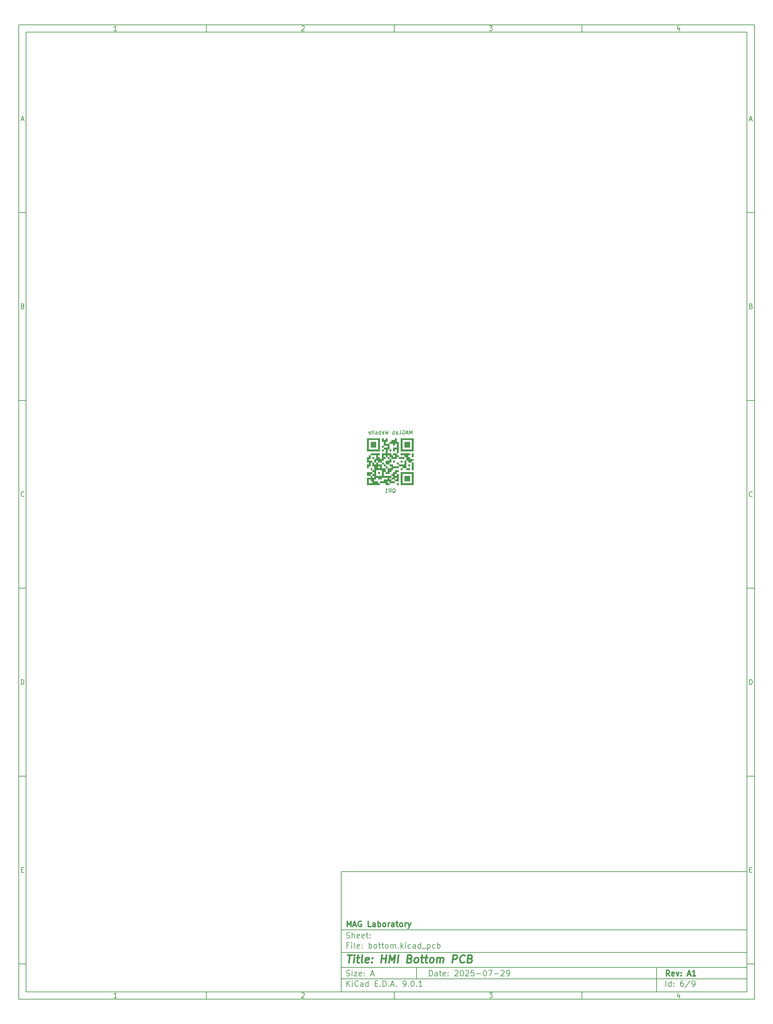
<source format=gbr>
%TF.GenerationSoftware,KiCad,Pcbnew,9.0.1*%
%TF.CreationDate,2025-07-31T02:38:39-07:00*%
%TF.ProjectId,bottom,626f7474-6f6d-42e6-9b69-6361645f7063,A1*%
%TF.SameCoordinates,PX578c1c0PY3d09000*%
%TF.FileFunction,Legend,Bot*%
%TF.FilePolarity,Positive*%
%FSLAX46Y46*%
G04 Gerber Fmt 4.6, Leading zero omitted, Abs format (unit mm)*
G04 Created by KiCad (PCBNEW 9.0.1) date 2025-07-31 02:38:39*
%MOMM*%
%LPD*%
G01*
G04 APERTURE LIST*
%ADD10C,0.100000*%
%ADD11C,0.150000*%
%ADD12C,0.300000*%
%ADD13C,0.400000*%
G04 APERTURE END LIST*
D10*
D11*
X4100000Y-171400000D02*
X112100000Y-171400000D01*
X112100000Y-203400000D01*
X4100000Y-203400000D01*
X4100000Y-171400000D01*
D10*
D11*
X-81800000Y54000000D02*
X114100000Y54000000D01*
X114100000Y-205400000D01*
X-81800000Y-205400000D01*
X-81800000Y54000000D01*
D10*
D11*
X-79800000Y52000000D02*
X112100000Y52000000D01*
X112100000Y-203400000D01*
X-79800000Y-203400000D01*
X-79800000Y52000000D01*
D10*
D11*
X-31800000Y52000000D02*
X-31800000Y54000000D01*
D10*
D11*
X18200000Y52000000D02*
X18200000Y54000000D01*
D10*
D11*
X68200000Y52000000D02*
X68200000Y54000000D01*
D10*
D11*
X-55710840Y52406396D02*
X-56453697Y52406396D01*
X-56082269Y52406396D02*
X-56082269Y53706396D01*
X-56082269Y53706396D02*
X-56206078Y53520681D01*
X-56206078Y53520681D02*
X-56329888Y53396872D01*
X-56329888Y53396872D02*
X-56453697Y53334967D01*
D10*
D11*
X-6453697Y53582586D02*
X-6391793Y53644491D01*
X-6391793Y53644491D02*
X-6267983Y53706396D01*
X-6267983Y53706396D02*
X-5958459Y53706396D01*
X-5958459Y53706396D02*
X-5834650Y53644491D01*
X-5834650Y53644491D02*
X-5772745Y53582586D01*
X-5772745Y53582586D02*
X-5710840Y53458777D01*
X-5710840Y53458777D02*
X-5710840Y53334967D01*
X-5710840Y53334967D02*
X-5772745Y53149253D01*
X-5772745Y53149253D02*
X-6515602Y52406396D01*
X-6515602Y52406396D02*
X-5710840Y52406396D01*
D10*
D11*
X43484398Y53706396D02*
X44289160Y53706396D01*
X44289160Y53706396D02*
X43855826Y53211158D01*
X43855826Y53211158D02*
X44041541Y53211158D01*
X44041541Y53211158D02*
X44165350Y53149253D01*
X44165350Y53149253D02*
X44227255Y53087348D01*
X44227255Y53087348D02*
X44289160Y52963539D01*
X44289160Y52963539D02*
X44289160Y52654015D01*
X44289160Y52654015D02*
X44227255Y52530205D01*
X44227255Y52530205D02*
X44165350Y52468300D01*
X44165350Y52468300D02*
X44041541Y52406396D01*
X44041541Y52406396D02*
X43670112Y52406396D01*
X43670112Y52406396D02*
X43546303Y52468300D01*
X43546303Y52468300D02*
X43484398Y52530205D01*
D10*
D11*
X94165350Y53273062D02*
X94165350Y52406396D01*
X93855826Y53768300D02*
X93546303Y52839729D01*
X93546303Y52839729D02*
X94351064Y52839729D01*
D10*
D11*
X-31800000Y-203400000D02*
X-31800000Y-205400000D01*
D10*
D11*
X18200000Y-203400000D02*
X18200000Y-205400000D01*
D10*
D11*
X68200000Y-203400000D02*
X68200000Y-205400000D01*
D10*
D11*
X-55710840Y-204993604D02*
X-56453697Y-204993604D01*
X-56082269Y-204993604D02*
X-56082269Y-203693604D01*
X-56082269Y-203693604D02*
X-56206078Y-203879319D01*
X-56206078Y-203879319D02*
X-56329888Y-204003128D01*
X-56329888Y-204003128D02*
X-56453697Y-204065033D01*
D10*
D11*
X-6453697Y-203817414D02*
X-6391793Y-203755509D01*
X-6391793Y-203755509D02*
X-6267983Y-203693604D01*
X-6267983Y-203693604D02*
X-5958459Y-203693604D01*
X-5958459Y-203693604D02*
X-5834650Y-203755509D01*
X-5834650Y-203755509D02*
X-5772745Y-203817414D01*
X-5772745Y-203817414D02*
X-5710840Y-203941223D01*
X-5710840Y-203941223D02*
X-5710840Y-204065033D01*
X-5710840Y-204065033D02*
X-5772745Y-204250747D01*
X-5772745Y-204250747D02*
X-6515602Y-204993604D01*
X-6515602Y-204993604D02*
X-5710840Y-204993604D01*
D10*
D11*
X43484398Y-203693604D02*
X44289160Y-203693604D01*
X44289160Y-203693604D02*
X43855826Y-204188842D01*
X43855826Y-204188842D02*
X44041541Y-204188842D01*
X44041541Y-204188842D02*
X44165350Y-204250747D01*
X44165350Y-204250747D02*
X44227255Y-204312652D01*
X44227255Y-204312652D02*
X44289160Y-204436461D01*
X44289160Y-204436461D02*
X44289160Y-204745985D01*
X44289160Y-204745985D02*
X44227255Y-204869795D01*
X44227255Y-204869795D02*
X44165350Y-204931700D01*
X44165350Y-204931700D02*
X44041541Y-204993604D01*
X44041541Y-204993604D02*
X43670112Y-204993604D01*
X43670112Y-204993604D02*
X43546303Y-204931700D01*
X43546303Y-204931700D02*
X43484398Y-204869795D01*
D10*
D11*
X94165350Y-204126938D02*
X94165350Y-204993604D01*
X93855826Y-203631700D02*
X93546303Y-204560271D01*
X93546303Y-204560271D02*
X94351064Y-204560271D01*
D10*
D11*
X-81800000Y4000000D02*
X-79800000Y4000000D01*
D10*
D11*
X-81800000Y-46000000D02*
X-79800000Y-46000000D01*
D10*
D11*
X-81800000Y-96000000D02*
X-79800000Y-96000000D01*
D10*
D11*
X-81800000Y-146000000D02*
X-79800000Y-146000000D01*
D10*
D11*
X-81800000Y-196000000D02*
X-79800000Y-196000000D01*
D10*
D11*
X-81109524Y28777824D02*
X-80490477Y28777824D01*
X-81233334Y28406396D02*
X-80800001Y29706396D01*
X-80800001Y29706396D02*
X-80366667Y28406396D01*
D10*
D11*
X-80707143Y-20912652D02*
X-80521429Y-20974557D01*
X-80521429Y-20974557D02*
X-80459524Y-21036461D01*
X-80459524Y-21036461D02*
X-80397620Y-21160271D01*
X-80397620Y-21160271D02*
X-80397620Y-21345985D01*
X-80397620Y-21345985D02*
X-80459524Y-21469795D01*
X-80459524Y-21469795D02*
X-80521429Y-21531700D01*
X-80521429Y-21531700D02*
X-80645239Y-21593604D01*
X-80645239Y-21593604D02*
X-81140477Y-21593604D01*
X-81140477Y-21593604D02*
X-81140477Y-20293604D01*
X-81140477Y-20293604D02*
X-80707143Y-20293604D01*
X-80707143Y-20293604D02*
X-80583334Y-20355509D01*
X-80583334Y-20355509D02*
X-80521429Y-20417414D01*
X-80521429Y-20417414D02*
X-80459524Y-20541223D01*
X-80459524Y-20541223D02*
X-80459524Y-20665033D01*
X-80459524Y-20665033D02*
X-80521429Y-20788842D01*
X-80521429Y-20788842D02*
X-80583334Y-20850747D01*
X-80583334Y-20850747D02*
X-80707143Y-20912652D01*
X-80707143Y-20912652D02*
X-81140477Y-20912652D01*
D10*
D11*
X-80397620Y-71469795D02*
X-80459524Y-71531700D01*
X-80459524Y-71531700D02*
X-80645239Y-71593604D01*
X-80645239Y-71593604D02*
X-80769048Y-71593604D01*
X-80769048Y-71593604D02*
X-80954762Y-71531700D01*
X-80954762Y-71531700D02*
X-81078572Y-71407890D01*
X-81078572Y-71407890D02*
X-81140477Y-71284080D01*
X-81140477Y-71284080D02*
X-81202381Y-71036461D01*
X-81202381Y-71036461D02*
X-81202381Y-70850747D01*
X-81202381Y-70850747D02*
X-81140477Y-70603128D01*
X-81140477Y-70603128D02*
X-81078572Y-70479319D01*
X-81078572Y-70479319D02*
X-80954762Y-70355509D01*
X-80954762Y-70355509D02*
X-80769048Y-70293604D01*
X-80769048Y-70293604D02*
X-80645239Y-70293604D01*
X-80645239Y-70293604D02*
X-80459524Y-70355509D01*
X-80459524Y-70355509D02*
X-80397620Y-70417414D01*
D10*
D11*
X-81140477Y-121593604D02*
X-81140477Y-120293604D01*
X-81140477Y-120293604D02*
X-80830953Y-120293604D01*
X-80830953Y-120293604D02*
X-80645239Y-120355509D01*
X-80645239Y-120355509D02*
X-80521429Y-120479319D01*
X-80521429Y-120479319D02*
X-80459524Y-120603128D01*
X-80459524Y-120603128D02*
X-80397620Y-120850747D01*
X-80397620Y-120850747D02*
X-80397620Y-121036461D01*
X-80397620Y-121036461D02*
X-80459524Y-121284080D01*
X-80459524Y-121284080D02*
X-80521429Y-121407890D01*
X-80521429Y-121407890D02*
X-80645239Y-121531700D01*
X-80645239Y-121531700D02*
X-80830953Y-121593604D01*
X-80830953Y-121593604D02*
X-81140477Y-121593604D01*
D10*
D11*
X-81078572Y-170912652D02*
X-80645238Y-170912652D01*
X-80459524Y-171593604D02*
X-81078572Y-171593604D01*
X-81078572Y-171593604D02*
X-81078572Y-170293604D01*
X-81078572Y-170293604D02*
X-80459524Y-170293604D01*
D10*
D11*
X114100000Y4000000D02*
X112100000Y4000000D01*
D10*
D11*
X114100000Y-46000000D02*
X112100000Y-46000000D01*
D10*
D11*
X114100000Y-96000000D02*
X112100000Y-96000000D01*
D10*
D11*
X114100000Y-146000000D02*
X112100000Y-146000000D01*
D10*
D11*
X114100000Y-196000000D02*
X112100000Y-196000000D01*
D10*
D11*
X112790476Y28777824D02*
X113409523Y28777824D01*
X112666666Y28406396D02*
X113099999Y29706396D01*
X113099999Y29706396D02*
X113533333Y28406396D01*
D10*
D11*
X113192857Y-20912652D02*
X113378571Y-20974557D01*
X113378571Y-20974557D02*
X113440476Y-21036461D01*
X113440476Y-21036461D02*
X113502380Y-21160271D01*
X113502380Y-21160271D02*
X113502380Y-21345985D01*
X113502380Y-21345985D02*
X113440476Y-21469795D01*
X113440476Y-21469795D02*
X113378571Y-21531700D01*
X113378571Y-21531700D02*
X113254761Y-21593604D01*
X113254761Y-21593604D02*
X112759523Y-21593604D01*
X112759523Y-21593604D02*
X112759523Y-20293604D01*
X112759523Y-20293604D02*
X113192857Y-20293604D01*
X113192857Y-20293604D02*
X113316666Y-20355509D01*
X113316666Y-20355509D02*
X113378571Y-20417414D01*
X113378571Y-20417414D02*
X113440476Y-20541223D01*
X113440476Y-20541223D02*
X113440476Y-20665033D01*
X113440476Y-20665033D02*
X113378571Y-20788842D01*
X113378571Y-20788842D02*
X113316666Y-20850747D01*
X113316666Y-20850747D02*
X113192857Y-20912652D01*
X113192857Y-20912652D02*
X112759523Y-20912652D01*
D10*
D11*
X113502380Y-71469795D02*
X113440476Y-71531700D01*
X113440476Y-71531700D02*
X113254761Y-71593604D01*
X113254761Y-71593604D02*
X113130952Y-71593604D01*
X113130952Y-71593604D02*
X112945238Y-71531700D01*
X112945238Y-71531700D02*
X112821428Y-71407890D01*
X112821428Y-71407890D02*
X112759523Y-71284080D01*
X112759523Y-71284080D02*
X112697619Y-71036461D01*
X112697619Y-71036461D02*
X112697619Y-70850747D01*
X112697619Y-70850747D02*
X112759523Y-70603128D01*
X112759523Y-70603128D02*
X112821428Y-70479319D01*
X112821428Y-70479319D02*
X112945238Y-70355509D01*
X112945238Y-70355509D02*
X113130952Y-70293604D01*
X113130952Y-70293604D02*
X113254761Y-70293604D01*
X113254761Y-70293604D02*
X113440476Y-70355509D01*
X113440476Y-70355509D02*
X113502380Y-70417414D01*
D10*
D11*
X112759523Y-121593604D02*
X112759523Y-120293604D01*
X112759523Y-120293604D02*
X113069047Y-120293604D01*
X113069047Y-120293604D02*
X113254761Y-120355509D01*
X113254761Y-120355509D02*
X113378571Y-120479319D01*
X113378571Y-120479319D02*
X113440476Y-120603128D01*
X113440476Y-120603128D02*
X113502380Y-120850747D01*
X113502380Y-120850747D02*
X113502380Y-121036461D01*
X113502380Y-121036461D02*
X113440476Y-121284080D01*
X113440476Y-121284080D02*
X113378571Y-121407890D01*
X113378571Y-121407890D02*
X113254761Y-121531700D01*
X113254761Y-121531700D02*
X113069047Y-121593604D01*
X113069047Y-121593604D02*
X112759523Y-121593604D01*
D10*
D11*
X112821428Y-170912652D02*
X113254762Y-170912652D01*
X113440476Y-171593604D02*
X112821428Y-171593604D01*
X112821428Y-171593604D02*
X112821428Y-170293604D01*
X112821428Y-170293604D02*
X113440476Y-170293604D01*
D10*
D11*
X27555826Y-199186128D02*
X27555826Y-197686128D01*
X27555826Y-197686128D02*
X27912969Y-197686128D01*
X27912969Y-197686128D02*
X28127255Y-197757557D01*
X28127255Y-197757557D02*
X28270112Y-197900414D01*
X28270112Y-197900414D02*
X28341541Y-198043271D01*
X28341541Y-198043271D02*
X28412969Y-198328985D01*
X28412969Y-198328985D02*
X28412969Y-198543271D01*
X28412969Y-198543271D02*
X28341541Y-198828985D01*
X28341541Y-198828985D02*
X28270112Y-198971842D01*
X28270112Y-198971842D02*
X28127255Y-199114700D01*
X28127255Y-199114700D02*
X27912969Y-199186128D01*
X27912969Y-199186128D02*
X27555826Y-199186128D01*
X29698684Y-199186128D02*
X29698684Y-198400414D01*
X29698684Y-198400414D02*
X29627255Y-198257557D01*
X29627255Y-198257557D02*
X29484398Y-198186128D01*
X29484398Y-198186128D02*
X29198684Y-198186128D01*
X29198684Y-198186128D02*
X29055826Y-198257557D01*
X29698684Y-199114700D02*
X29555826Y-199186128D01*
X29555826Y-199186128D02*
X29198684Y-199186128D01*
X29198684Y-199186128D02*
X29055826Y-199114700D01*
X29055826Y-199114700D02*
X28984398Y-198971842D01*
X28984398Y-198971842D02*
X28984398Y-198828985D01*
X28984398Y-198828985D02*
X29055826Y-198686128D01*
X29055826Y-198686128D02*
X29198684Y-198614700D01*
X29198684Y-198614700D02*
X29555826Y-198614700D01*
X29555826Y-198614700D02*
X29698684Y-198543271D01*
X30198684Y-198186128D02*
X30770112Y-198186128D01*
X30412969Y-197686128D02*
X30412969Y-198971842D01*
X30412969Y-198971842D02*
X30484398Y-199114700D01*
X30484398Y-199114700D02*
X30627255Y-199186128D01*
X30627255Y-199186128D02*
X30770112Y-199186128D01*
X31841541Y-199114700D02*
X31698684Y-199186128D01*
X31698684Y-199186128D02*
X31412970Y-199186128D01*
X31412970Y-199186128D02*
X31270112Y-199114700D01*
X31270112Y-199114700D02*
X31198684Y-198971842D01*
X31198684Y-198971842D02*
X31198684Y-198400414D01*
X31198684Y-198400414D02*
X31270112Y-198257557D01*
X31270112Y-198257557D02*
X31412970Y-198186128D01*
X31412970Y-198186128D02*
X31698684Y-198186128D01*
X31698684Y-198186128D02*
X31841541Y-198257557D01*
X31841541Y-198257557D02*
X31912970Y-198400414D01*
X31912970Y-198400414D02*
X31912970Y-198543271D01*
X31912970Y-198543271D02*
X31198684Y-198686128D01*
X32555826Y-199043271D02*
X32627255Y-199114700D01*
X32627255Y-199114700D02*
X32555826Y-199186128D01*
X32555826Y-199186128D02*
X32484398Y-199114700D01*
X32484398Y-199114700D02*
X32555826Y-199043271D01*
X32555826Y-199043271D02*
X32555826Y-199186128D01*
X32555826Y-198257557D02*
X32627255Y-198328985D01*
X32627255Y-198328985D02*
X32555826Y-198400414D01*
X32555826Y-198400414D02*
X32484398Y-198328985D01*
X32484398Y-198328985D02*
X32555826Y-198257557D01*
X32555826Y-198257557D02*
X32555826Y-198400414D01*
X34341541Y-197828985D02*
X34412969Y-197757557D01*
X34412969Y-197757557D02*
X34555827Y-197686128D01*
X34555827Y-197686128D02*
X34912969Y-197686128D01*
X34912969Y-197686128D02*
X35055827Y-197757557D01*
X35055827Y-197757557D02*
X35127255Y-197828985D01*
X35127255Y-197828985D02*
X35198684Y-197971842D01*
X35198684Y-197971842D02*
X35198684Y-198114700D01*
X35198684Y-198114700D02*
X35127255Y-198328985D01*
X35127255Y-198328985D02*
X34270112Y-199186128D01*
X34270112Y-199186128D02*
X35198684Y-199186128D01*
X36127255Y-197686128D02*
X36270112Y-197686128D01*
X36270112Y-197686128D02*
X36412969Y-197757557D01*
X36412969Y-197757557D02*
X36484398Y-197828985D01*
X36484398Y-197828985D02*
X36555826Y-197971842D01*
X36555826Y-197971842D02*
X36627255Y-198257557D01*
X36627255Y-198257557D02*
X36627255Y-198614700D01*
X36627255Y-198614700D02*
X36555826Y-198900414D01*
X36555826Y-198900414D02*
X36484398Y-199043271D01*
X36484398Y-199043271D02*
X36412969Y-199114700D01*
X36412969Y-199114700D02*
X36270112Y-199186128D01*
X36270112Y-199186128D02*
X36127255Y-199186128D01*
X36127255Y-199186128D02*
X35984398Y-199114700D01*
X35984398Y-199114700D02*
X35912969Y-199043271D01*
X35912969Y-199043271D02*
X35841540Y-198900414D01*
X35841540Y-198900414D02*
X35770112Y-198614700D01*
X35770112Y-198614700D02*
X35770112Y-198257557D01*
X35770112Y-198257557D02*
X35841540Y-197971842D01*
X35841540Y-197971842D02*
X35912969Y-197828985D01*
X35912969Y-197828985D02*
X35984398Y-197757557D01*
X35984398Y-197757557D02*
X36127255Y-197686128D01*
X37198683Y-197828985D02*
X37270111Y-197757557D01*
X37270111Y-197757557D02*
X37412969Y-197686128D01*
X37412969Y-197686128D02*
X37770111Y-197686128D01*
X37770111Y-197686128D02*
X37912969Y-197757557D01*
X37912969Y-197757557D02*
X37984397Y-197828985D01*
X37984397Y-197828985D02*
X38055826Y-197971842D01*
X38055826Y-197971842D02*
X38055826Y-198114700D01*
X38055826Y-198114700D02*
X37984397Y-198328985D01*
X37984397Y-198328985D02*
X37127254Y-199186128D01*
X37127254Y-199186128D02*
X38055826Y-199186128D01*
X39412968Y-197686128D02*
X38698682Y-197686128D01*
X38698682Y-197686128D02*
X38627254Y-198400414D01*
X38627254Y-198400414D02*
X38698682Y-198328985D01*
X38698682Y-198328985D02*
X38841540Y-198257557D01*
X38841540Y-198257557D02*
X39198682Y-198257557D01*
X39198682Y-198257557D02*
X39341540Y-198328985D01*
X39341540Y-198328985D02*
X39412968Y-198400414D01*
X39412968Y-198400414D02*
X39484397Y-198543271D01*
X39484397Y-198543271D02*
X39484397Y-198900414D01*
X39484397Y-198900414D02*
X39412968Y-199043271D01*
X39412968Y-199043271D02*
X39341540Y-199114700D01*
X39341540Y-199114700D02*
X39198682Y-199186128D01*
X39198682Y-199186128D02*
X38841540Y-199186128D01*
X38841540Y-199186128D02*
X38698682Y-199114700D01*
X38698682Y-199114700D02*
X38627254Y-199043271D01*
X40127253Y-198614700D02*
X41270111Y-198614700D01*
X42270111Y-197686128D02*
X42412968Y-197686128D01*
X42412968Y-197686128D02*
X42555825Y-197757557D01*
X42555825Y-197757557D02*
X42627254Y-197828985D01*
X42627254Y-197828985D02*
X42698682Y-197971842D01*
X42698682Y-197971842D02*
X42770111Y-198257557D01*
X42770111Y-198257557D02*
X42770111Y-198614700D01*
X42770111Y-198614700D02*
X42698682Y-198900414D01*
X42698682Y-198900414D02*
X42627254Y-199043271D01*
X42627254Y-199043271D02*
X42555825Y-199114700D01*
X42555825Y-199114700D02*
X42412968Y-199186128D01*
X42412968Y-199186128D02*
X42270111Y-199186128D01*
X42270111Y-199186128D02*
X42127254Y-199114700D01*
X42127254Y-199114700D02*
X42055825Y-199043271D01*
X42055825Y-199043271D02*
X41984396Y-198900414D01*
X41984396Y-198900414D02*
X41912968Y-198614700D01*
X41912968Y-198614700D02*
X41912968Y-198257557D01*
X41912968Y-198257557D02*
X41984396Y-197971842D01*
X41984396Y-197971842D02*
X42055825Y-197828985D01*
X42055825Y-197828985D02*
X42127254Y-197757557D01*
X42127254Y-197757557D02*
X42270111Y-197686128D01*
X43270110Y-197686128D02*
X44270110Y-197686128D01*
X44270110Y-197686128D02*
X43627253Y-199186128D01*
X44841538Y-198614700D02*
X45984396Y-198614700D01*
X46627253Y-197828985D02*
X46698681Y-197757557D01*
X46698681Y-197757557D02*
X46841539Y-197686128D01*
X46841539Y-197686128D02*
X47198681Y-197686128D01*
X47198681Y-197686128D02*
X47341539Y-197757557D01*
X47341539Y-197757557D02*
X47412967Y-197828985D01*
X47412967Y-197828985D02*
X47484396Y-197971842D01*
X47484396Y-197971842D02*
X47484396Y-198114700D01*
X47484396Y-198114700D02*
X47412967Y-198328985D01*
X47412967Y-198328985D02*
X46555824Y-199186128D01*
X46555824Y-199186128D02*
X47484396Y-199186128D01*
X48198681Y-199186128D02*
X48484395Y-199186128D01*
X48484395Y-199186128D02*
X48627252Y-199114700D01*
X48627252Y-199114700D02*
X48698681Y-199043271D01*
X48698681Y-199043271D02*
X48841538Y-198828985D01*
X48841538Y-198828985D02*
X48912967Y-198543271D01*
X48912967Y-198543271D02*
X48912967Y-197971842D01*
X48912967Y-197971842D02*
X48841538Y-197828985D01*
X48841538Y-197828985D02*
X48770110Y-197757557D01*
X48770110Y-197757557D02*
X48627252Y-197686128D01*
X48627252Y-197686128D02*
X48341538Y-197686128D01*
X48341538Y-197686128D02*
X48198681Y-197757557D01*
X48198681Y-197757557D02*
X48127252Y-197828985D01*
X48127252Y-197828985D02*
X48055824Y-197971842D01*
X48055824Y-197971842D02*
X48055824Y-198328985D01*
X48055824Y-198328985D02*
X48127252Y-198471842D01*
X48127252Y-198471842D02*
X48198681Y-198543271D01*
X48198681Y-198543271D02*
X48341538Y-198614700D01*
X48341538Y-198614700D02*
X48627252Y-198614700D01*
X48627252Y-198614700D02*
X48770110Y-198543271D01*
X48770110Y-198543271D02*
X48841538Y-198471842D01*
X48841538Y-198471842D02*
X48912967Y-198328985D01*
D10*
D11*
X4100000Y-199900000D02*
X112100000Y-199900000D01*
D10*
D11*
X5555826Y-201986128D02*
X5555826Y-200486128D01*
X6412969Y-201986128D02*
X5770112Y-201128985D01*
X6412969Y-200486128D02*
X5555826Y-201343271D01*
X7055826Y-201986128D02*
X7055826Y-200986128D01*
X7055826Y-200486128D02*
X6984398Y-200557557D01*
X6984398Y-200557557D02*
X7055826Y-200628985D01*
X7055826Y-200628985D02*
X7127255Y-200557557D01*
X7127255Y-200557557D02*
X7055826Y-200486128D01*
X7055826Y-200486128D02*
X7055826Y-200628985D01*
X8627255Y-201843271D02*
X8555827Y-201914700D01*
X8555827Y-201914700D02*
X8341541Y-201986128D01*
X8341541Y-201986128D02*
X8198684Y-201986128D01*
X8198684Y-201986128D02*
X7984398Y-201914700D01*
X7984398Y-201914700D02*
X7841541Y-201771842D01*
X7841541Y-201771842D02*
X7770112Y-201628985D01*
X7770112Y-201628985D02*
X7698684Y-201343271D01*
X7698684Y-201343271D02*
X7698684Y-201128985D01*
X7698684Y-201128985D02*
X7770112Y-200843271D01*
X7770112Y-200843271D02*
X7841541Y-200700414D01*
X7841541Y-200700414D02*
X7984398Y-200557557D01*
X7984398Y-200557557D02*
X8198684Y-200486128D01*
X8198684Y-200486128D02*
X8341541Y-200486128D01*
X8341541Y-200486128D02*
X8555827Y-200557557D01*
X8555827Y-200557557D02*
X8627255Y-200628985D01*
X9912970Y-201986128D02*
X9912970Y-201200414D01*
X9912970Y-201200414D02*
X9841541Y-201057557D01*
X9841541Y-201057557D02*
X9698684Y-200986128D01*
X9698684Y-200986128D02*
X9412970Y-200986128D01*
X9412970Y-200986128D02*
X9270112Y-201057557D01*
X9912970Y-201914700D02*
X9770112Y-201986128D01*
X9770112Y-201986128D02*
X9412970Y-201986128D01*
X9412970Y-201986128D02*
X9270112Y-201914700D01*
X9270112Y-201914700D02*
X9198684Y-201771842D01*
X9198684Y-201771842D02*
X9198684Y-201628985D01*
X9198684Y-201628985D02*
X9270112Y-201486128D01*
X9270112Y-201486128D02*
X9412970Y-201414700D01*
X9412970Y-201414700D02*
X9770112Y-201414700D01*
X9770112Y-201414700D02*
X9912970Y-201343271D01*
X11270113Y-201986128D02*
X11270113Y-200486128D01*
X11270113Y-201914700D02*
X11127255Y-201986128D01*
X11127255Y-201986128D02*
X10841541Y-201986128D01*
X10841541Y-201986128D02*
X10698684Y-201914700D01*
X10698684Y-201914700D02*
X10627255Y-201843271D01*
X10627255Y-201843271D02*
X10555827Y-201700414D01*
X10555827Y-201700414D02*
X10555827Y-201271842D01*
X10555827Y-201271842D02*
X10627255Y-201128985D01*
X10627255Y-201128985D02*
X10698684Y-201057557D01*
X10698684Y-201057557D02*
X10841541Y-200986128D01*
X10841541Y-200986128D02*
X11127255Y-200986128D01*
X11127255Y-200986128D02*
X11270113Y-201057557D01*
X13127255Y-201200414D02*
X13627255Y-201200414D01*
X13841541Y-201986128D02*
X13127255Y-201986128D01*
X13127255Y-201986128D02*
X13127255Y-200486128D01*
X13127255Y-200486128D02*
X13841541Y-200486128D01*
X14484398Y-201843271D02*
X14555827Y-201914700D01*
X14555827Y-201914700D02*
X14484398Y-201986128D01*
X14484398Y-201986128D02*
X14412970Y-201914700D01*
X14412970Y-201914700D02*
X14484398Y-201843271D01*
X14484398Y-201843271D02*
X14484398Y-201986128D01*
X15198684Y-201986128D02*
X15198684Y-200486128D01*
X15198684Y-200486128D02*
X15555827Y-200486128D01*
X15555827Y-200486128D02*
X15770113Y-200557557D01*
X15770113Y-200557557D02*
X15912970Y-200700414D01*
X15912970Y-200700414D02*
X15984399Y-200843271D01*
X15984399Y-200843271D02*
X16055827Y-201128985D01*
X16055827Y-201128985D02*
X16055827Y-201343271D01*
X16055827Y-201343271D02*
X15984399Y-201628985D01*
X15984399Y-201628985D02*
X15912970Y-201771842D01*
X15912970Y-201771842D02*
X15770113Y-201914700D01*
X15770113Y-201914700D02*
X15555827Y-201986128D01*
X15555827Y-201986128D02*
X15198684Y-201986128D01*
X16698684Y-201843271D02*
X16770113Y-201914700D01*
X16770113Y-201914700D02*
X16698684Y-201986128D01*
X16698684Y-201986128D02*
X16627256Y-201914700D01*
X16627256Y-201914700D02*
X16698684Y-201843271D01*
X16698684Y-201843271D02*
X16698684Y-201986128D01*
X17341542Y-201557557D02*
X18055828Y-201557557D01*
X17198685Y-201986128D02*
X17698685Y-200486128D01*
X17698685Y-200486128D02*
X18198685Y-201986128D01*
X18698684Y-201843271D02*
X18770113Y-201914700D01*
X18770113Y-201914700D02*
X18698684Y-201986128D01*
X18698684Y-201986128D02*
X18627256Y-201914700D01*
X18627256Y-201914700D02*
X18698684Y-201843271D01*
X18698684Y-201843271D02*
X18698684Y-201986128D01*
X20627256Y-201986128D02*
X20912970Y-201986128D01*
X20912970Y-201986128D02*
X21055827Y-201914700D01*
X21055827Y-201914700D02*
X21127256Y-201843271D01*
X21127256Y-201843271D02*
X21270113Y-201628985D01*
X21270113Y-201628985D02*
X21341542Y-201343271D01*
X21341542Y-201343271D02*
X21341542Y-200771842D01*
X21341542Y-200771842D02*
X21270113Y-200628985D01*
X21270113Y-200628985D02*
X21198685Y-200557557D01*
X21198685Y-200557557D02*
X21055827Y-200486128D01*
X21055827Y-200486128D02*
X20770113Y-200486128D01*
X20770113Y-200486128D02*
X20627256Y-200557557D01*
X20627256Y-200557557D02*
X20555827Y-200628985D01*
X20555827Y-200628985D02*
X20484399Y-200771842D01*
X20484399Y-200771842D02*
X20484399Y-201128985D01*
X20484399Y-201128985D02*
X20555827Y-201271842D01*
X20555827Y-201271842D02*
X20627256Y-201343271D01*
X20627256Y-201343271D02*
X20770113Y-201414700D01*
X20770113Y-201414700D02*
X21055827Y-201414700D01*
X21055827Y-201414700D02*
X21198685Y-201343271D01*
X21198685Y-201343271D02*
X21270113Y-201271842D01*
X21270113Y-201271842D02*
X21341542Y-201128985D01*
X21984398Y-201843271D02*
X22055827Y-201914700D01*
X22055827Y-201914700D02*
X21984398Y-201986128D01*
X21984398Y-201986128D02*
X21912970Y-201914700D01*
X21912970Y-201914700D02*
X21984398Y-201843271D01*
X21984398Y-201843271D02*
X21984398Y-201986128D01*
X22984399Y-200486128D02*
X23127256Y-200486128D01*
X23127256Y-200486128D02*
X23270113Y-200557557D01*
X23270113Y-200557557D02*
X23341542Y-200628985D01*
X23341542Y-200628985D02*
X23412970Y-200771842D01*
X23412970Y-200771842D02*
X23484399Y-201057557D01*
X23484399Y-201057557D02*
X23484399Y-201414700D01*
X23484399Y-201414700D02*
X23412970Y-201700414D01*
X23412970Y-201700414D02*
X23341542Y-201843271D01*
X23341542Y-201843271D02*
X23270113Y-201914700D01*
X23270113Y-201914700D02*
X23127256Y-201986128D01*
X23127256Y-201986128D02*
X22984399Y-201986128D01*
X22984399Y-201986128D02*
X22841542Y-201914700D01*
X22841542Y-201914700D02*
X22770113Y-201843271D01*
X22770113Y-201843271D02*
X22698684Y-201700414D01*
X22698684Y-201700414D02*
X22627256Y-201414700D01*
X22627256Y-201414700D02*
X22627256Y-201057557D01*
X22627256Y-201057557D02*
X22698684Y-200771842D01*
X22698684Y-200771842D02*
X22770113Y-200628985D01*
X22770113Y-200628985D02*
X22841542Y-200557557D01*
X22841542Y-200557557D02*
X22984399Y-200486128D01*
X24127255Y-201843271D02*
X24198684Y-201914700D01*
X24198684Y-201914700D02*
X24127255Y-201986128D01*
X24127255Y-201986128D02*
X24055827Y-201914700D01*
X24055827Y-201914700D02*
X24127255Y-201843271D01*
X24127255Y-201843271D02*
X24127255Y-201986128D01*
X25627256Y-201986128D02*
X24770113Y-201986128D01*
X25198684Y-201986128D02*
X25198684Y-200486128D01*
X25198684Y-200486128D02*
X25055827Y-200700414D01*
X25055827Y-200700414D02*
X24912970Y-200843271D01*
X24912970Y-200843271D02*
X24770113Y-200914700D01*
D10*
D11*
X4100000Y-196900000D02*
X112100000Y-196900000D01*
D10*
D12*
X91511653Y-199178328D02*
X91011653Y-198464042D01*
X90654510Y-199178328D02*
X90654510Y-197678328D01*
X90654510Y-197678328D02*
X91225939Y-197678328D01*
X91225939Y-197678328D02*
X91368796Y-197749757D01*
X91368796Y-197749757D02*
X91440225Y-197821185D01*
X91440225Y-197821185D02*
X91511653Y-197964042D01*
X91511653Y-197964042D02*
X91511653Y-198178328D01*
X91511653Y-198178328D02*
X91440225Y-198321185D01*
X91440225Y-198321185D02*
X91368796Y-198392614D01*
X91368796Y-198392614D02*
X91225939Y-198464042D01*
X91225939Y-198464042D02*
X90654510Y-198464042D01*
X92725939Y-199106900D02*
X92583082Y-199178328D01*
X92583082Y-199178328D02*
X92297368Y-199178328D01*
X92297368Y-199178328D02*
X92154510Y-199106900D01*
X92154510Y-199106900D02*
X92083082Y-198964042D01*
X92083082Y-198964042D02*
X92083082Y-198392614D01*
X92083082Y-198392614D02*
X92154510Y-198249757D01*
X92154510Y-198249757D02*
X92297368Y-198178328D01*
X92297368Y-198178328D02*
X92583082Y-198178328D01*
X92583082Y-198178328D02*
X92725939Y-198249757D01*
X92725939Y-198249757D02*
X92797368Y-198392614D01*
X92797368Y-198392614D02*
X92797368Y-198535471D01*
X92797368Y-198535471D02*
X92083082Y-198678328D01*
X93297367Y-198178328D02*
X93654510Y-199178328D01*
X93654510Y-199178328D02*
X94011653Y-198178328D01*
X94583081Y-199035471D02*
X94654510Y-199106900D01*
X94654510Y-199106900D02*
X94583081Y-199178328D01*
X94583081Y-199178328D02*
X94511653Y-199106900D01*
X94511653Y-199106900D02*
X94583081Y-199035471D01*
X94583081Y-199035471D02*
X94583081Y-199178328D01*
X94583081Y-198249757D02*
X94654510Y-198321185D01*
X94654510Y-198321185D02*
X94583081Y-198392614D01*
X94583081Y-198392614D02*
X94511653Y-198321185D01*
X94511653Y-198321185D02*
X94583081Y-198249757D01*
X94583081Y-198249757D02*
X94583081Y-198392614D01*
X96368796Y-198749757D02*
X97083082Y-198749757D01*
X96225939Y-199178328D02*
X96725939Y-197678328D01*
X96725939Y-197678328D02*
X97225939Y-199178328D01*
X98511653Y-199178328D02*
X97654510Y-199178328D01*
X98083081Y-199178328D02*
X98083081Y-197678328D01*
X98083081Y-197678328D02*
X97940224Y-197892614D01*
X97940224Y-197892614D02*
X97797367Y-198035471D01*
X97797367Y-198035471D02*
X97654510Y-198106900D01*
D10*
D11*
X5484398Y-199114700D02*
X5698684Y-199186128D01*
X5698684Y-199186128D02*
X6055826Y-199186128D01*
X6055826Y-199186128D02*
X6198684Y-199114700D01*
X6198684Y-199114700D02*
X6270112Y-199043271D01*
X6270112Y-199043271D02*
X6341541Y-198900414D01*
X6341541Y-198900414D02*
X6341541Y-198757557D01*
X6341541Y-198757557D02*
X6270112Y-198614700D01*
X6270112Y-198614700D02*
X6198684Y-198543271D01*
X6198684Y-198543271D02*
X6055826Y-198471842D01*
X6055826Y-198471842D02*
X5770112Y-198400414D01*
X5770112Y-198400414D02*
X5627255Y-198328985D01*
X5627255Y-198328985D02*
X5555826Y-198257557D01*
X5555826Y-198257557D02*
X5484398Y-198114700D01*
X5484398Y-198114700D02*
X5484398Y-197971842D01*
X5484398Y-197971842D02*
X5555826Y-197828985D01*
X5555826Y-197828985D02*
X5627255Y-197757557D01*
X5627255Y-197757557D02*
X5770112Y-197686128D01*
X5770112Y-197686128D02*
X6127255Y-197686128D01*
X6127255Y-197686128D02*
X6341541Y-197757557D01*
X6984397Y-199186128D02*
X6984397Y-198186128D01*
X6984397Y-197686128D02*
X6912969Y-197757557D01*
X6912969Y-197757557D02*
X6984397Y-197828985D01*
X6984397Y-197828985D02*
X7055826Y-197757557D01*
X7055826Y-197757557D02*
X6984397Y-197686128D01*
X6984397Y-197686128D02*
X6984397Y-197828985D01*
X7555826Y-198186128D02*
X8341541Y-198186128D01*
X8341541Y-198186128D02*
X7555826Y-199186128D01*
X7555826Y-199186128D02*
X8341541Y-199186128D01*
X9484398Y-199114700D02*
X9341541Y-199186128D01*
X9341541Y-199186128D02*
X9055827Y-199186128D01*
X9055827Y-199186128D02*
X8912969Y-199114700D01*
X8912969Y-199114700D02*
X8841541Y-198971842D01*
X8841541Y-198971842D02*
X8841541Y-198400414D01*
X8841541Y-198400414D02*
X8912969Y-198257557D01*
X8912969Y-198257557D02*
X9055827Y-198186128D01*
X9055827Y-198186128D02*
X9341541Y-198186128D01*
X9341541Y-198186128D02*
X9484398Y-198257557D01*
X9484398Y-198257557D02*
X9555827Y-198400414D01*
X9555827Y-198400414D02*
X9555827Y-198543271D01*
X9555827Y-198543271D02*
X8841541Y-198686128D01*
X10198683Y-199043271D02*
X10270112Y-199114700D01*
X10270112Y-199114700D02*
X10198683Y-199186128D01*
X10198683Y-199186128D02*
X10127255Y-199114700D01*
X10127255Y-199114700D02*
X10198683Y-199043271D01*
X10198683Y-199043271D02*
X10198683Y-199186128D01*
X10198683Y-198257557D02*
X10270112Y-198328985D01*
X10270112Y-198328985D02*
X10198683Y-198400414D01*
X10198683Y-198400414D02*
X10127255Y-198328985D01*
X10127255Y-198328985D02*
X10198683Y-198257557D01*
X10198683Y-198257557D02*
X10198683Y-198400414D01*
X11984398Y-198757557D02*
X12698684Y-198757557D01*
X11841541Y-199186128D02*
X12341541Y-197686128D01*
X12341541Y-197686128D02*
X12841541Y-199186128D01*
D10*
D11*
X90555826Y-201986128D02*
X90555826Y-200486128D01*
X91912970Y-201986128D02*
X91912970Y-200486128D01*
X91912970Y-201914700D02*
X91770112Y-201986128D01*
X91770112Y-201986128D02*
X91484398Y-201986128D01*
X91484398Y-201986128D02*
X91341541Y-201914700D01*
X91341541Y-201914700D02*
X91270112Y-201843271D01*
X91270112Y-201843271D02*
X91198684Y-201700414D01*
X91198684Y-201700414D02*
X91198684Y-201271842D01*
X91198684Y-201271842D02*
X91270112Y-201128985D01*
X91270112Y-201128985D02*
X91341541Y-201057557D01*
X91341541Y-201057557D02*
X91484398Y-200986128D01*
X91484398Y-200986128D02*
X91770112Y-200986128D01*
X91770112Y-200986128D02*
X91912970Y-201057557D01*
X92627255Y-201843271D02*
X92698684Y-201914700D01*
X92698684Y-201914700D02*
X92627255Y-201986128D01*
X92627255Y-201986128D02*
X92555827Y-201914700D01*
X92555827Y-201914700D02*
X92627255Y-201843271D01*
X92627255Y-201843271D02*
X92627255Y-201986128D01*
X92627255Y-201057557D02*
X92698684Y-201128985D01*
X92698684Y-201128985D02*
X92627255Y-201200414D01*
X92627255Y-201200414D02*
X92555827Y-201128985D01*
X92555827Y-201128985D02*
X92627255Y-201057557D01*
X92627255Y-201057557D02*
X92627255Y-201200414D01*
X95127256Y-200486128D02*
X94841541Y-200486128D01*
X94841541Y-200486128D02*
X94698684Y-200557557D01*
X94698684Y-200557557D02*
X94627256Y-200628985D01*
X94627256Y-200628985D02*
X94484398Y-200843271D01*
X94484398Y-200843271D02*
X94412970Y-201128985D01*
X94412970Y-201128985D02*
X94412970Y-201700414D01*
X94412970Y-201700414D02*
X94484398Y-201843271D01*
X94484398Y-201843271D02*
X94555827Y-201914700D01*
X94555827Y-201914700D02*
X94698684Y-201986128D01*
X94698684Y-201986128D02*
X94984398Y-201986128D01*
X94984398Y-201986128D02*
X95127256Y-201914700D01*
X95127256Y-201914700D02*
X95198684Y-201843271D01*
X95198684Y-201843271D02*
X95270113Y-201700414D01*
X95270113Y-201700414D02*
X95270113Y-201343271D01*
X95270113Y-201343271D02*
X95198684Y-201200414D01*
X95198684Y-201200414D02*
X95127256Y-201128985D01*
X95127256Y-201128985D02*
X94984398Y-201057557D01*
X94984398Y-201057557D02*
X94698684Y-201057557D01*
X94698684Y-201057557D02*
X94555827Y-201128985D01*
X94555827Y-201128985D02*
X94484398Y-201200414D01*
X94484398Y-201200414D02*
X94412970Y-201343271D01*
X96984398Y-200414700D02*
X95698684Y-202343271D01*
X97555827Y-201986128D02*
X97841541Y-201986128D01*
X97841541Y-201986128D02*
X97984398Y-201914700D01*
X97984398Y-201914700D02*
X98055827Y-201843271D01*
X98055827Y-201843271D02*
X98198684Y-201628985D01*
X98198684Y-201628985D02*
X98270113Y-201343271D01*
X98270113Y-201343271D02*
X98270113Y-200771842D01*
X98270113Y-200771842D02*
X98198684Y-200628985D01*
X98198684Y-200628985D02*
X98127256Y-200557557D01*
X98127256Y-200557557D02*
X97984398Y-200486128D01*
X97984398Y-200486128D02*
X97698684Y-200486128D01*
X97698684Y-200486128D02*
X97555827Y-200557557D01*
X97555827Y-200557557D02*
X97484398Y-200628985D01*
X97484398Y-200628985D02*
X97412970Y-200771842D01*
X97412970Y-200771842D02*
X97412970Y-201128985D01*
X97412970Y-201128985D02*
X97484398Y-201271842D01*
X97484398Y-201271842D02*
X97555827Y-201343271D01*
X97555827Y-201343271D02*
X97698684Y-201414700D01*
X97698684Y-201414700D02*
X97984398Y-201414700D01*
X97984398Y-201414700D02*
X98127256Y-201343271D01*
X98127256Y-201343271D02*
X98198684Y-201271842D01*
X98198684Y-201271842D02*
X98270113Y-201128985D01*
D10*
D11*
X4100000Y-192900000D02*
X112100000Y-192900000D01*
D10*
D13*
X5791728Y-193604438D02*
X6934585Y-193604438D01*
X6113157Y-195604438D02*
X6363157Y-193604438D01*
X7351252Y-195604438D02*
X7517919Y-194271104D01*
X7601252Y-193604438D02*
X7494109Y-193699676D01*
X7494109Y-193699676D02*
X7577443Y-193794914D01*
X7577443Y-193794914D02*
X7684586Y-193699676D01*
X7684586Y-193699676D02*
X7601252Y-193604438D01*
X7601252Y-193604438D02*
X7577443Y-193794914D01*
X8184586Y-194271104D02*
X8946490Y-194271104D01*
X8553633Y-193604438D02*
X8339348Y-195318723D01*
X8339348Y-195318723D02*
X8410776Y-195509200D01*
X8410776Y-195509200D02*
X8589348Y-195604438D01*
X8589348Y-195604438D02*
X8779824Y-195604438D01*
X9732205Y-195604438D02*
X9553633Y-195509200D01*
X9553633Y-195509200D02*
X9482205Y-195318723D01*
X9482205Y-195318723D02*
X9696490Y-193604438D01*
X11267919Y-195509200D02*
X11065538Y-195604438D01*
X11065538Y-195604438D02*
X10684585Y-195604438D01*
X10684585Y-195604438D02*
X10506014Y-195509200D01*
X10506014Y-195509200D02*
X10434585Y-195318723D01*
X10434585Y-195318723D02*
X10529824Y-194556819D01*
X10529824Y-194556819D02*
X10648871Y-194366342D01*
X10648871Y-194366342D02*
X10851252Y-194271104D01*
X10851252Y-194271104D02*
X11232204Y-194271104D01*
X11232204Y-194271104D02*
X11410776Y-194366342D01*
X11410776Y-194366342D02*
X11482204Y-194556819D01*
X11482204Y-194556819D02*
X11458395Y-194747295D01*
X11458395Y-194747295D02*
X10482204Y-194937771D01*
X12232205Y-195413961D02*
X12315538Y-195509200D01*
X12315538Y-195509200D02*
X12208395Y-195604438D01*
X12208395Y-195604438D02*
X12125062Y-195509200D01*
X12125062Y-195509200D02*
X12232205Y-195413961D01*
X12232205Y-195413961D02*
X12208395Y-195604438D01*
X12363157Y-194366342D02*
X12446490Y-194461580D01*
X12446490Y-194461580D02*
X12339348Y-194556819D01*
X12339348Y-194556819D02*
X12256014Y-194461580D01*
X12256014Y-194461580D02*
X12363157Y-194366342D01*
X12363157Y-194366342D02*
X12339348Y-194556819D01*
X14684586Y-195604438D02*
X14934586Y-193604438D01*
X14815539Y-194556819D02*
X15958396Y-194556819D01*
X15827443Y-195604438D02*
X16077443Y-193604438D01*
X16779824Y-195604438D02*
X17029824Y-193604438D01*
X17029824Y-193604438D02*
X17517919Y-195033009D01*
X17517919Y-195033009D02*
X18363158Y-193604438D01*
X18363158Y-193604438D02*
X18113158Y-195604438D01*
X19065538Y-195604438D02*
X19315538Y-193604438D01*
X22339348Y-194556819D02*
X22613158Y-194652057D01*
X22613158Y-194652057D02*
X22696491Y-194747295D01*
X22696491Y-194747295D02*
X22767920Y-194937771D01*
X22767920Y-194937771D02*
X22732205Y-195223485D01*
X22732205Y-195223485D02*
X22613158Y-195413961D01*
X22613158Y-195413961D02*
X22506015Y-195509200D01*
X22506015Y-195509200D02*
X22303634Y-195604438D01*
X22303634Y-195604438D02*
X21541729Y-195604438D01*
X21541729Y-195604438D02*
X21791729Y-193604438D01*
X21791729Y-193604438D02*
X22458396Y-193604438D01*
X22458396Y-193604438D02*
X22636967Y-193699676D01*
X22636967Y-193699676D02*
X22720301Y-193794914D01*
X22720301Y-193794914D02*
X22791729Y-193985390D01*
X22791729Y-193985390D02*
X22767920Y-194175866D01*
X22767920Y-194175866D02*
X22648872Y-194366342D01*
X22648872Y-194366342D02*
X22541729Y-194461580D01*
X22541729Y-194461580D02*
X22339348Y-194556819D01*
X22339348Y-194556819D02*
X21672682Y-194556819D01*
X23827444Y-195604438D02*
X23648872Y-195509200D01*
X23648872Y-195509200D02*
X23565539Y-195413961D01*
X23565539Y-195413961D02*
X23494110Y-195223485D01*
X23494110Y-195223485D02*
X23565539Y-194652057D01*
X23565539Y-194652057D02*
X23684586Y-194461580D01*
X23684586Y-194461580D02*
X23791729Y-194366342D01*
X23791729Y-194366342D02*
X23994110Y-194271104D01*
X23994110Y-194271104D02*
X24279824Y-194271104D01*
X24279824Y-194271104D02*
X24458396Y-194366342D01*
X24458396Y-194366342D02*
X24541729Y-194461580D01*
X24541729Y-194461580D02*
X24613158Y-194652057D01*
X24613158Y-194652057D02*
X24541729Y-195223485D01*
X24541729Y-195223485D02*
X24422682Y-195413961D01*
X24422682Y-195413961D02*
X24315539Y-195509200D01*
X24315539Y-195509200D02*
X24113158Y-195604438D01*
X24113158Y-195604438D02*
X23827444Y-195604438D01*
X25232206Y-194271104D02*
X25994110Y-194271104D01*
X25601253Y-193604438D02*
X25386968Y-195318723D01*
X25386968Y-195318723D02*
X25458396Y-195509200D01*
X25458396Y-195509200D02*
X25636968Y-195604438D01*
X25636968Y-195604438D02*
X25827444Y-195604438D01*
X26375063Y-194271104D02*
X27136967Y-194271104D01*
X26744110Y-193604438D02*
X26529825Y-195318723D01*
X26529825Y-195318723D02*
X26601253Y-195509200D01*
X26601253Y-195509200D02*
X26779825Y-195604438D01*
X26779825Y-195604438D02*
X26970301Y-195604438D01*
X27922682Y-195604438D02*
X27744110Y-195509200D01*
X27744110Y-195509200D02*
X27660777Y-195413961D01*
X27660777Y-195413961D02*
X27589348Y-195223485D01*
X27589348Y-195223485D02*
X27660777Y-194652057D01*
X27660777Y-194652057D02*
X27779824Y-194461580D01*
X27779824Y-194461580D02*
X27886967Y-194366342D01*
X27886967Y-194366342D02*
X28089348Y-194271104D01*
X28089348Y-194271104D02*
X28375062Y-194271104D01*
X28375062Y-194271104D02*
X28553634Y-194366342D01*
X28553634Y-194366342D02*
X28636967Y-194461580D01*
X28636967Y-194461580D02*
X28708396Y-194652057D01*
X28708396Y-194652057D02*
X28636967Y-195223485D01*
X28636967Y-195223485D02*
X28517920Y-195413961D01*
X28517920Y-195413961D02*
X28410777Y-195509200D01*
X28410777Y-195509200D02*
X28208396Y-195604438D01*
X28208396Y-195604438D02*
X27922682Y-195604438D01*
X29446491Y-195604438D02*
X29613158Y-194271104D01*
X29589348Y-194461580D02*
X29696491Y-194366342D01*
X29696491Y-194366342D02*
X29898872Y-194271104D01*
X29898872Y-194271104D02*
X30184586Y-194271104D01*
X30184586Y-194271104D02*
X30363158Y-194366342D01*
X30363158Y-194366342D02*
X30434586Y-194556819D01*
X30434586Y-194556819D02*
X30303634Y-195604438D01*
X30434586Y-194556819D02*
X30553634Y-194366342D01*
X30553634Y-194366342D02*
X30756015Y-194271104D01*
X30756015Y-194271104D02*
X31041729Y-194271104D01*
X31041729Y-194271104D02*
X31220301Y-194366342D01*
X31220301Y-194366342D02*
X31291729Y-194556819D01*
X31291729Y-194556819D02*
X31160777Y-195604438D01*
X33636968Y-195604438D02*
X33886968Y-193604438D01*
X33886968Y-193604438D02*
X34648873Y-193604438D01*
X34648873Y-193604438D02*
X34827444Y-193699676D01*
X34827444Y-193699676D02*
X34910778Y-193794914D01*
X34910778Y-193794914D02*
X34982206Y-193985390D01*
X34982206Y-193985390D02*
X34946492Y-194271104D01*
X34946492Y-194271104D02*
X34827444Y-194461580D01*
X34827444Y-194461580D02*
X34720302Y-194556819D01*
X34720302Y-194556819D02*
X34517921Y-194652057D01*
X34517921Y-194652057D02*
X33756016Y-194652057D01*
X36803635Y-195413961D02*
X36696492Y-195509200D01*
X36696492Y-195509200D02*
X36398873Y-195604438D01*
X36398873Y-195604438D02*
X36208397Y-195604438D01*
X36208397Y-195604438D02*
X35934587Y-195509200D01*
X35934587Y-195509200D02*
X35767921Y-195318723D01*
X35767921Y-195318723D02*
X35696492Y-195128247D01*
X35696492Y-195128247D02*
X35648873Y-194747295D01*
X35648873Y-194747295D02*
X35684587Y-194461580D01*
X35684587Y-194461580D02*
X35827444Y-194080628D01*
X35827444Y-194080628D02*
X35946492Y-193890152D01*
X35946492Y-193890152D02*
X36160778Y-193699676D01*
X36160778Y-193699676D02*
X36458397Y-193604438D01*
X36458397Y-193604438D02*
X36648873Y-193604438D01*
X36648873Y-193604438D02*
X36922683Y-193699676D01*
X36922683Y-193699676D02*
X37006016Y-193794914D01*
X38434587Y-194556819D02*
X38708397Y-194652057D01*
X38708397Y-194652057D02*
X38791730Y-194747295D01*
X38791730Y-194747295D02*
X38863159Y-194937771D01*
X38863159Y-194937771D02*
X38827444Y-195223485D01*
X38827444Y-195223485D02*
X38708397Y-195413961D01*
X38708397Y-195413961D02*
X38601254Y-195509200D01*
X38601254Y-195509200D02*
X38398873Y-195604438D01*
X38398873Y-195604438D02*
X37636968Y-195604438D01*
X37636968Y-195604438D02*
X37886968Y-193604438D01*
X37886968Y-193604438D02*
X38553635Y-193604438D01*
X38553635Y-193604438D02*
X38732206Y-193699676D01*
X38732206Y-193699676D02*
X38815540Y-193794914D01*
X38815540Y-193794914D02*
X38886968Y-193985390D01*
X38886968Y-193985390D02*
X38863159Y-194175866D01*
X38863159Y-194175866D02*
X38744111Y-194366342D01*
X38744111Y-194366342D02*
X38636968Y-194461580D01*
X38636968Y-194461580D02*
X38434587Y-194556819D01*
X38434587Y-194556819D02*
X37767921Y-194556819D01*
D10*
D11*
X6055826Y-191000414D02*
X5555826Y-191000414D01*
X5555826Y-191786128D02*
X5555826Y-190286128D01*
X5555826Y-190286128D02*
X6270112Y-190286128D01*
X6841540Y-191786128D02*
X6841540Y-190786128D01*
X6841540Y-190286128D02*
X6770112Y-190357557D01*
X6770112Y-190357557D02*
X6841540Y-190428985D01*
X6841540Y-190428985D02*
X6912969Y-190357557D01*
X6912969Y-190357557D02*
X6841540Y-190286128D01*
X6841540Y-190286128D02*
X6841540Y-190428985D01*
X7770112Y-191786128D02*
X7627255Y-191714700D01*
X7627255Y-191714700D02*
X7555826Y-191571842D01*
X7555826Y-191571842D02*
X7555826Y-190286128D01*
X8912969Y-191714700D02*
X8770112Y-191786128D01*
X8770112Y-191786128D02*
X8484398Y-191786128D01*
X8484398Y-191786128D02*
X8341540Y-191714700D01*
X8341540Y-191714700D02*
X8270112Y-191571842D01*
X8270112Y-191571842D02*
X8270112Y-191000414D01*
X8270112Y-191000414D02*
X8341540Y-190857557D01*
X8341540Y-190857557D02*
X8484398Y-190786128D01*
X8484398Y-190786128D02*
X8770112Y-190786128D01*
X8770112Y-190786128D02*
X8912969Y-190857557D01*
X8912969Y-190857557D02*
X8984398Y-191000414D01*
X8984398Y-191000414D02*
X8984398Y-191143271D01*
X8984398Y-191143271D02*
X8270112Y-191286128D01*
X9627254Y-191643271D02*
X9698683Y-191714700D01*
X9698683Y-191714700D02*
X9627254Y-191786128D01*
X9627254Y-191786128D02*
X9555826Y-191714700D01*
X9555826Y-191714700D02*
X9627254Y-191643271D01*
X9627254Y-191643271D02*
X9627254Y-191786128D01*
X9627254Y-190857557D02*
X9698683Y-190928985D01*
X9698683Y-190928985D02*
X9627254Y-191000414D01*
X9627254Y-191000414D02*
X9555826Y-190928985D01*
X9555826Y-190928985D02*
X9627254Y-190857557D01*
X9627254Y-190857557D02*
X9627254Y-191000414D01*
X11484397Y-191786128D02*
X11484397Y-190286128D01*
X11484397Y-190857557D02*
X11627255Y-190786128D01*
X11627255Y-190786128D02*
X11912969Y-190786128D01*
X11912969Y-190786128D02*
X12055826Y-190857557D01*
X12055826Y-190857557D02*
X12127255Y-190928985D01*
X12127255Y-190928985D02*
X12198683Y-191071842D01*
X12198683Y-191071842D02*
X12198683Y-191500414D01*
X12198683Y-191500414D02*
X12127255Y-191643271D01*
X12127255Y-191643271D02*
X12055826Y-191714700D01*
X12055826Y-191714700D02*
X11912969Y-191786128D01*
X11912969Y-191786128D02*
X11627255Y-191786128D01*
X11627255Y-191786128D02*
X11484397Y-191714700D01*
X13055826Y-191786128D02*
X12912969Y-191714700D01*
X12912969Y-191714700D02*
X12841540Y-191643271D01*
X12841540Y-191643271D02*
X12770112Y-191500414D01*
X12770112Y-191500414D02*
X12770112Y-191071842D01*
X12770112Y-191071842D02*
X12841540Y-190928985D01*
X12841540Y-190928985D02*
X12912969Y-190857557D01*
X12912969Y-190857557D02*
X13055826Y-190786128D01*
X13055826Y-190786128D02*
X13270112Y-190786128D01*
X13270112Y-190786128D02*
X13412969Y-190857557D01*
X13412969Y-190857557D02*
X13484398Y-190928985D01*
X13484398Y-190928985D02*
X13555826Y-191071842D01*
X13555826Y-191071842D02*
X13555826Y-191500414D01*
X13555826Y-191500414D02*
X13484398Y-191643271D01*
X13484398Y-191643271D02*
X13412969Y-191714700D01*
X13412969Y-191714700D02*
X13270112Y-191786128D01*
X13270112Y-191786128D02*
X13055826Y-191786128D01*
X13984398Y-190786128D02*
X14555826Y-190786128D01*
X14198683Y-190286128D02*
X14198683Y-191571842D01*
X14198683Y-191571842D02*
X14270112Y-191714700D01*
X14270112Y-191714700D02*
X14412969Y-191786128D01*
X14412969Y-191786128D02*
X14555826Y-191786128D01*
X14841541Y-190786128D02*
X15412969Y-190786128D01*
X15055826Y-190286128D02*
X15055826Y-191571842D01*
X15055826Y-191571842D02*
X15127255Y-191714700D01*
X15127255Y-191714700D02*
X15270112Y-191786128D01*
X15270112Y-191786128D02*
X15412969Y-191786128D01*
X16127255Y-191786128D02*
X15984398Y-191714700D01*
X15984398Y-191714700D02*
X15912969Y-191643271D01*
X15912969Y-191643271D02*
X15841541Y-191500414D01*
X15841541Y-191500414D02*
X15841541Y-191071842D01*
X15841541Y-191071842D02*
X15912969Y-190928985D01*
X15912969Y-190928985D02*
X15984398Y-190857557D01*
X15984398Y-190857557D02*
X16127255Y-190786128D01*
X16127255Y-190786128D02*
X16341541Y-190786128D01*
X16341541Y-190786128D02*
X16484398Y-190857557D01*
X16484398Y-190857557D02*
X16555827Y-190928985D01*
X16555827Y-190928985D02*
X16627255Y-191071842D01*
X16627255Y-191071842D02*
X16627255Y-191500414D01*
X16627255Y-191500414D02*
X16555827Y-191643271D01*
X16555827Y-191643271D02*
X16484398Y-191714700D01*
X16484398Y-191714700D02*
X16341541Y-191786128D01*
X16341541Y-191786128D02*
X16127255Y-191786128D01*
X17270112Y-191786128D02*
X17270112Y-190786128D01*
X17270112Y-190928985D02*
X17341541Y-190857557D01*
X17341541Y-190857557D02*
X17484398Y-190786128D01*
X17484398Y-190786128D02*
X17698684Y-190786128D01*
X17698684Y-190786128D02*
X17841541Y-190857557D01*
X17841541Y-190857557D02*
X17912970Y-191000414D01*
X17912970Y-191000414D02*
X17912970Y-191786128D01*
X17912970Y-191000414D02*
X17984398Y-190857557D01*
X17984398Y-190857557D02*
X18127255Y-190786128D01*
X18127255Y-190786128D02*
X18341541Y-190786128D01*
X18341541Y-190786128D02*
X18484398Y-190857557D01*
X18484398Y-190857557D02*
X18555827Y-191000414D01*
X18555827Y-191000414D02*
X18555827Y-191786128D01*
X19270112Y-191643271D02*
X19341541Y-191714700D01*
X19341541Y-191714700D02*
X19270112Y-191786128D01*
X19270112Y-191786128D02*
X19198684Y-191714700D01*
X19198684Y-191714700D02*
X19270112Y-191643271D01*
X19270112Y-191643271D02*
X19270112Y-191786128D01*
X19984398Y-191786128D02*
X19984398Y-190286128D01*
X20127256Y-191214700D02*
X20555827Y-191786128D01*
X20555827Y-190786128D02*
X19984398Y-191357557D01*
X21198684Y-191786128D02*
X21198684Y-190786128D01*
X21198684Y-190286128D02*
X21127256Y-190357557D01*
X21127256Y-190357557D02*
X21198684Y-190428985D01*
X21198684Y-190428985D02*
X21270113Y-190357557D01*
X21270113Y-190357557D02*
X21198684Y-190286128D01*
X21198684Y-190286128D02*
X21198684Y-190428985D01*
X22555828Y-191714700D02*
X22412970Y-191786128D01*
X22412970Y-191786128D02*
X22127256Y-191786128D01*
X22127256Y-191786128D02*
X21984399Y-191714700D01*
X21984399Y-191714700D02*
X21912970Y-191643271D01*
X21912970Y-191643271D02*
X21841542Y-191500414D01*
X21841542Y-191500414D02*
X21841542Y-191071842D01*
X21841542Y-191071842D02*
X21912970Y-190928985D01*
X21912970Y-190928985D02*
X21984399Y-190857557D01*
X21984399Y-190857557D02*
X22127256Y-190786128D01*
X22127256Y-190786128D02*
X22412970Y-190786128D01*
X22412970Y-190786128D02*
X22555828Y-190857557D01*
X23841542Y-191786128D02*
X23841542Y-191000414D01*
X23841542Y-191000414D02*
X23770113Y-190857557D01*
X23770113Y-190857557D02*
X23627256Y-190786128D01*
X23627256Y-190786128D02*
X23341542Y-190786128D01*
X23341542Y-190786128D02*
X23198684Y-190857557D01*
X23841542Y-191714700D02*
X23698684Y-191786128D01*
X23698684Y-191786128D02*
X23341542Y-191786128D01*
X23341542Y-191786128D02*
X23198684Y-191714700D01*
X23198684Y-191714700D02*
X23127256Y-191571842D01*
X23127256Y-191571842D02*
X23127256Y-191428985D01*
X23127256Y-191428985D02*
X23198684Y-191286128D01*
X23198684Y-191286128D02*
X23341542Y-191214700D01*
X23341542Y-191214700D02*
X23698684Y-191214700D01*
X23698684Y-191214700D02*
X23841542Y-191143271D01*
X25198685Y-191786128D02*
X25198685Y-190286128D01*
X25198685Y-191714700D02*
X25055827Y-191786128D01*
X25055827Y-191786128D02*
X24770113Y-191786128D01*
X24770113Y-191786128D02*
X24627256Y-191714700D01*
X24627256Y-191714700D02*
X24555827Y-191643271D01*
X24555827Y-191643271D02*
X24484399Y-191500414D01*
X24484399Y-191500414D02*
X24484399Y-191071842D01*
X24484399Y-191071842D02*
X24555827Y-190928985D01*
X24555827Y-190928985D02*
X24627256Y-190857557D01*
X24627256Y-190857557D02*
X24770113Y-190786128D01*
X24770113Y-190786128D02*
X25055827Y-190786128D01*
X25055827Y-190786128D02*
X25198685Y-190857557D01*
X25555828Y-191928985D02*
X26698685Y-191928985D01*
X27055827Y-190786128D02*
X27055827Y-192286128D01*
X27055827Y-190857557D02*
X27198685Y-190786128D01*
X27198685Y-190786128D02*
X27484399Y-190786128D01*
X27484399Y-190786128D02*
X27627256Y-190857557D01*
X27627256Y-190857557D02*
X27698685Y-190928985D01*
X27698685Y-190928985D02*
X27770113Y-191071842D01*
X27770113Y-191071842D02*
X27770113Y-191500414D01*
X27770113Y-191500414D02*
X27698685Y-191643271D01*
X27698685Y-191643271D02*
X27627256Y-191714700D01*
X27627256Y-191714700D02*
X27484399Y-191786128D01*
X27484399Y-191786128D02*
X27198685Y-191786128D01*
X27198685Y-191786128D02*
X27055827Y-191714700D01*
X29055828Y-191714700D02*
X28912970Y-191786128D01*
X28912970Y-191786128D02*
X28627256Y-191786128D01*
X28627256Y-191786128D02*
X28484399Y-191714700D01*
X28484399Y-191714700D02*
X28412970Y-191643271D01*
X28412970Y-191643271D02*
X28341542Y-191500414D01*
X28341542Y-191500414D02*
X28341542Y-191071842D01*
X28341542Y-191071842D02*
X28412970Y-190928985D01*
X28412970Y-190928985D02*
X28484399Y-190857557D01*
X28484399Y-190857557D02*
X28627256Y-190786128D01*
X28627256Y-190786128D02*
X28912970Y-190786128D01*
X28912970Y-190786128D02*
X29055828Y-190857557D01*
X29698684Y-191786128D02*
X29698684Y-190286128D01*
X29698684Y-190857557D02*
X29841542Y-190786128D01*
X29841542Y-190786128D02*
X30127256Y-190786128D01*
X30127256Y-190786128D02*
X30270113Y-190857557D01*
X30270113Y-190857557D02*
X30341542Y-190928985D01*
X30341542Y-190928985D02*
X30412970Y-191071842D01*
X30412970Y-191071842D02*
X30412970Y-191500414D01*
X30412970Y-191500414D02*
X30341542Y-191643271D01*
X30341542Y-191643271D02*
X30270113Y-191714700D01*
X30270113Y-191714700D02*
X30127256Y-191786128D01*
X30127256Y-191786128D02*
X29841542Y-191786128D01*
X29841542Y-191786128D02*
X29698684Y-191714700D01*
D10*
D11*
X4100000Y-186900000D02*
X112100000Y-186900000D01*
D10*
D11*
X5484398Y-189014700D02*
X5698684Y-189086128D01*
X5698684Y-189086128D02*
X6055826Y-189086128D01*
X6055826Y-189086128D02*
X6198684Y-189014700D01*
X6198684Y-189014700D02*
X6270112Y-188943271D01*
X6270112Y-188943271D02*
X6341541Y-188800414D01*
X6341541Y-188800414D02*
X6341541Y-188657557D01*
X6341541Y-188657557D02*
X6270112Y-188514700D01*
X6270112Y-188514700D02*
X6198684Y-188443271D01*
X6198684Y-188443271D02*
X6055826Y-188371842D01*
X6055826Y-188371842D02*
X5770112Y-188300414D01*
X5770112Y-188300414D02*
X5627255Y-188228985D01*
X5627255Y-188228985D02*
X5555826Y-188157557D01*
X5555826Y-188157557D02*
X5484398Y-188014700D01*
X5484398Y-188014700D02*
X5484398Y-187871842D01*
X5484398Y-187871842D02*
X5555826Y-187728985D01*
X5555826Y-187728985D02*
X5627255Y-187657557D01*
X5627255Y-187657557D02*
X5770112Y-187586128D01*
X5770112Y-187586128D02*
X6127255Y-187586128D01*
X6127255Y-187586128D02*
X6341541Y-187657557D01*
X6984397Y-189086128D02*
X6984397Y-187586128D01*
X7627255Y-189086128D02*
X7627255Y-188300414D01*
X7627255Y-188300414D02*
X7555826Y-188157557D01*
X7555826Y-188157557D02*
X7412969Y-188086128D01*
X7412969Y-188086128D02*
X7198683Y-188086128D01*
X7198683Y-188086128D02*
X7055826Y-188157557D01*
X7055826Y-188157557D02*
X6984397Y-188228985D01*
X8912969Y-189014700D02*
X8770112Y-189086128D01*
X8770112Y-189086128D02*
X8484398Y-189086128D01*
X8484398Y-189086128D02*
X8341540Y-189014700D01*
X8341540Y-189014700D02*
X8270112Y-188871842D01*
X8270112Y-188871842D02*
X8270112Y-188300414D01*
X8270112Y-188300414D02*
X8341540Y-188157557D01*
X8341540Y-188157557D02*
X8484398Y-188086128D01*
X8484398Y-188086128D02*
X8770112Y-188086128D01*
X8770112Y-188086128D02*
X8912969Y-188157557D01*
X8912969Y-188157557D02*
X8984398Y-188300414D01*
X8984398Y-188300414D02*
X8984398Y-188443271D01*
X8984398Y-188443271D02*
X8270112Y-188586128D01*
X10198683Y-189014700D02*
X10055826Y-189086128D01*
X10055826Y-189086128D02*
X9770112Y-189086128D01*
X9770112Y-189086128D02*
X9627254Y-189014700D01*
X9627254Y-189014700D02*
X9555826Y-188871842D01*
X9555826Y-188871842D02*
X9555826Y-188300414D01*
X9555826Y-188300414D02*
X9627254Y-188157557D01*
X9627254Y-188157557D02*
X9770112Y-188086128D01*
X9770112Y-188086128D02*
X10055826Y-188086128D01*
X10055826Y-188086128D02*
X10198683Y-188157557D01*
X10198683Y-188157557D02*
X10270112Y-188300414D01*
X10270112Y-188300414D02*
X10270112Y-188443271D01*
X10270112Y-188443271D02*
X9555826Y-188586128D01*
X10698683Y-188086128D02*
X11270111Y-188086128D01*
X10912968Y-187586128D02*
X10912968Y-188871842D01*
X10912968Y-188871842D02*
X10984397Y-189014700D01*
X10984397Y-189014700D02*
X11127254Y-189086128D01*
X11127254Y-189086128D02*
X11270111Y-189086128D01*
X11770111Y-188943271D02*
X11841540Y-189014700D01*
X11841540Y-189014700D02*
X11770111Y-189086128D01*
X11770111Y-189086128D02*
X11698683Y-189014700D01*
X11698683Y-189014700D02*
X11770111Y-188943271D01*
X11770111Y-188943271D02*
X11770111Y-189086128D01*
X11770111Y-188157557D02*
X11841540Y-188228985D01*
X11841540Y-188228985D02*
X11770111Y-188300414D01*
X11770111Y-188300414D02*
X11698683Y-188228985D01*
X11698683Y-188228985D02*
X11770111Y-188157557D01*
X11770111Y-188157557D02*
X11770111Y-188300414D01*
D10*
D12*
X5654510Y-186078328D02*
X5654510Y-184578328D01*
X5654510Y-184578328D02*
X6154510Y-185649757D01*
X6154510Y-185649757D02*
X6654510Y-184578328D01*
X6654510Y-184578328D02*
X6654510Y-186078328D01*
X7297368Y-185649757D02*
X8011654Y-185649757D01*
X7154511Y-186078328D02*
X7654511Y-184578328D01*
X7654511Y-184578328D02*
X8154511Y-186078328D01*
X9440225Y-184649757D02*
X9297368Y-184578328D01*
X9297368Y-184578328D02*
X9083082Y-184578328D01*
X9083082Y-184578328D02*
X8868796Y-184649757D01*
X8868796Y-184649757D02*
X8725939Y-184792614D01*
X8725939Y-184792614D02*
X8654510Y-184935471D01*
X8654510Y-184935471D02*
X8583082Y-185221185D01*
X8583082Y-185221185D02*
X8583082Y-185435471D01*
X8583082Y-185435471D02*
X8654510Y-185721185D01*
X8654510Y-185721185D02*
X8725939Y-185864042D01*
X8725939Y-185864042D02*
X8868796Y-186006900D01*
X8868796Y-186006900D02*
X9083082Y-186078328D01*
X9083082Y-186078328D02*
X9225939Y-186078328D01*
X9225939Y-186078328D02*
X9440225Y-186006900D01*
X9440225Y-186006900D02*
X9511653Y-185935471D01*
X9511653Y-185935471D02*
X9511653Y-185435471D01*
X9511653Y-185435471D02*
X9225939Y-185435471D01*
X12011653Y-186078328D02*
X11297367Y-186078328D01*
X11297367Y-186078328D02*
X11297367Y-184578328D01*
X13154511Y-186078328D02*
X13154511Y-185292614D01*
X13154511Y-185292614D02*
X13083082Y-185149757D01*
X13083082Y-185149757D02*
X12940225Y-185078328D01*
X12940225Y-185078328D02*
X12654511Y-185078328D01*
X12654511Y-185078328D02*
X12511653Y-185149757D01*
X13154511Y-186006900D02*
X13011653Y-186078328D01*
X13011653Y-186078328D02*
X12654511Y-186078328D01*
X12654511Y-186078328D02*
X12511653Y-186006900D01*
X12511653Y-186006900D02*
X12440225Y-185864042D01*
X12440225Y-185864042D02*
X12440225Y-185721185D01*
X12440225Y-185721185D02*
X12511653Y-185578328D01*
X12511653Y-185578328D02*
X12654511Y-185506900D01*
X12654511Y-185506900D02*
X13011653Y-185506900D01*
X13011653Y-185506900D02*
X13154511Y-185435471D01*
X13868796Y-186078328D02*
X13868796Y-184578328D01*
X13868796Y-185149757D02*
X14011654Y-185078328D01*
X14011654Y-185078328D02*
X14297368Y-185078328D01*
X14297368Y-185078328D02*
X14440225Y-185149757D01*
X14440225Y-185149757D02*
X14511654Y-185221185D01*
X14511654Y-185221185D02*
X14583082Y-185364042D01*
X14583082Y-185364042D02*
X14583082Y-185792614D01*
X14583082Y-185792614D02*
X14511654Y-185935471D01*
X14511654Y-185935471D02*
X14440225Y-186006900D01*
X14440225Y-186006900D02*
X14297368Y-186078328D01*
X14297368Y-186078328D02*
X14011654Y-186078328D01*
X14011654Y-186078328D02*
X13868796Y-186006900D01*
X15440225Y-186078328D02*
X15297368Y-186006900D01*
X15297368Y-186006900D02*
X15225939Y-185935471D01*
X15225939Y-185935471D02*
X15154511Y-185792614D01*
X15154511Y-185792614D02*
X15154511Y-185364042D01*
X15154511Y-185364042D02*
X15225939Y-185221185D01*
X15225939Y-185221185D02*
X15297368Y-185149757D01*
X15297368Y-185149757D02*
X15440225Y-185078328D01*
X15440225Y-185078328D02*
X15654511Y-185078328D01*
X15654511Y-185078328D02*
X15797368Y-185149757D01*
X15797368Y-185149757D02*
X15868797Y-185221185D01*
X15868797Y-185221185D02*
X15940225Y-185364042D01*
X15940225Y-185364042D02*
X15940225Y-185792614D01*
X15940225Y-185792614D02*
X15868797Y-185935471D01*
X15868797Y-185935471D02*
X15797368Y-186006900D01*
X15797368Y-186006900D02*
X15654511Y-186078328D01*
X15654511Y-186078328D02*
X15440225Y-186078328D01*
X16583082Y-186078328D02*
X16583082Y-185078328D01*
X16583082Y-185364042D02*
X16654511Y-185221185D01*
X16654511Y-185221185D02*
X16725940Y-185149757D01*
X16725940Y-185149757D02*
X16868797Y-185078328D01*
X16868797Y-185078328D02*
X17011654Y-185078328D01*
X18154511Y-186078328D02*
X18154511Y-185292614D01*
X18154511Y-185292614D02*
X18083082Y-185149757D01*
X18083082Y-185149757D02*
X17940225Y-185078328D01*
X17940225Y-185078328D02*
X17654511Y-185078328D01*
X17654511Y-185078328D02*
X17511653Y-185149757D01*
X18154511Y-186006900D02*
X18011653Y-186078328D01*
X18011653Y-186078328D02*
X17654511Y-186078328D01*
X17654511Y-186078328D02*
X17511653Y-186006900D01*
X17511653Y-186006900D02*
X17440225Y-185864042D01*
X17440225Y-185864042D02*
X17440225Y-185721185D01*
X17440225Y-185721185D02*
X17511653Y-185578328D01*
X17511653Y-185578328D02*
X17654511Y-185506900D01*
X17654511Y-185506900D02*
X18011653Y-185506900D01*
X18011653Y-185506900D02*
X18154511Y-185435471D01*
X18654511Y-185078328D02*
X19225939Y-185078328D01*
X18868796Y-184578328D02*
X18868796Y-185864042D01*
X18868796Y-185864042D02*
X18940225Y-186006900D01*
X18940225Y-186006900D02*
X19083082Y-186078328D01*
X19083082Y-186078328D02*
X19225939Y-186078328D01*
X19940225Y-186078328D02*
X19797368Y-186006900D01*
X19797368Y-186006900D02*
X19725939Y-185935471D01*
X19725939Y-185935471D02*
X19654511Y-185792614D01*
X19654511Y-185792614D02*
X19654511Y-185364042D01*
X19654511Y-185364042D02*
X19725939Y-185221185D01*
X19725939Y-185221185D02*
X19797368Y-185149757D01*
X19797368Y-185149757D02*
X19940225Y-185078328D01*
X19940225Y-185078328D02*
X20154511Y-185078328D01*
X20154511Y-185078328D02*
X20297368Y-185149757D01*
X20297368Y-185149757D02*
X20368797Y-185221185D01*
X20368797Y-185221185D02*
X20440225Y-185364042D01*
X20440225Y-185364042D02*
X20440225Y-185792614D01*
X20440225Y-185792614D02*
X20368797Y-185935471D01*
X20368797Y-185935471D02*
X20297368Y-186006900D01*
X20297368Y-186006900D02*
X20154511Y-186078328D01*
X20154511Y-186078328D02*
X19940225Y-186078328D01*
X21083082Y-186078328D02*
X21083082Y-185078328D01*
X21083082Y-185364042D02*
X21154511Y-185221185D01*
X21154511Y-185221185D02*
X21225940Y-185149757D01*
X21225940Y-185149757D02*
X21368797Y-185078328D01*
X21368797Y-185078328D02*
X21511654Y-185078328D01*
X21868796Y-185078328D02*
X22225939Y-186078328D01*
X22583082Y-185078328D02*
X22225939Y-186078328D01*
X22225939Y-186078328D02*
X22083082Y-186435471D01*
X22083082Y-186435471D02*
X22011653Y-186506900D01*
X22011653Y-186506900D02*
X21868796Y-186578328D01*
D10*
D11*
X24100000Y-196900000D02*
X24100000Y-199900000D01*
D10*
D11*
X88100000Y-196900000D02*
X88100000Y-203400000D01*
X17752238Y-70607057D02*
X17847476Y-70559438D01*
X17847476Y-70559438D02*
X17942714Y-70464200D01*
X17942714Y-70464200D02*
X18085571Y-70321342D01*
X18085571Y-70321342D02*
X18180809Y-70273723D01*
X18180809Y-70273723D02*
X18276047Y-70273723D01*
X18228428Y-70511819D02*
X18323666Y-70464200D01*
X18323666Y-70464200D02*
X18418904Y-70368961D01*
X18418904Y-70368961D02*
X18466523Y-70178485D01*
X18466523Y-70178485D02*
X18466523Y-69845152D01*
X18466523Y-69845152D02*
X18418904Y-69654676D01*
X18418904Y-69654676D02*
X18323666Y-69559438D01*
X18323666Y-69559438D02*
X18228428Y-69511819D01*
X18228428Y-69511819D02*
X18037952Y-69511819D01*
X18037952Y-69511819D02*
X17942714Y-69559438D01*
X17942714Y-69559438D02*
X17847476Y-69654676D01*
X17847476Y-69654676D02*
X17799857Y-69845152D01*
X17799857Y-69845152D02*
X17799857Y-70178485D01*
X17799857Y-70178485D02*
X17847476Y-70368961D01*
X17847476Y-70368961D02*
X17942714Y-70464200D01*
X17942714Y-70464200D02*
X18037952Y-70511819D01*
X18037952Y-70511819D02*
X18228428Y-70511819D01*
X16799857Y-70511819D02*
X17133190Y-70035628D01*
X17371285Y-70511819D02*
X17371285Y-69511819D01*
X17371285Y-69511819D02*
X16990333Y-69511819D01*
X16990333Y-69511819D02*
X16895095Y-69559438D01*
X16895095Y-69559438D02*
X16847476Y-69607057D01*
X16847476Y-69607057D02*
X16799857Y-69702295D01*
X16799857Y-69702295D02*
X16799857Y-69845152D01*
X16799857Y-69845152D02*
X16847476Y-69940390D01*
X16847476Y-69940390D02*
X16895095Y-69988009D01*
X16895095Y-69988009D02*
X16990333Y-70035628D01*
X16990333Y-70035628D02*
X17371285Y-70035628D01*
X15847476Y-70511819D02*
X16418904Y-70511819D01*
X16133190Y-70511819D02*
X16133190Y-69511819D01*
X16133190Y-69511819D02*
X16228428Y-69654676D01*
X16228428Y-69654676D02*
X16323666Y-69749914D01*
X16323666Y-69749914D02*
X16418904Y-69797533D01*
X22918904Y-55011819D02*
X22918904Y-54011819D01*
X22918904Y-54011819D02*
X22585571Y-54726104D01*
X22585571Y-54726104D02*
X22252238Y-54011819D01*
X22252238Y-54011819D02*
X22252238Y-55011819D01*
X21823666Y-54726104D02*
X21347476Y-54726104D01*
X21918904Y-55011819D02*
X21585571Y-54011819D01*
X21585571Y-54011819D02*
X21252238Y-55011819D01*
X20395095Y-54059438D02*
X20490333Y-54011819D01*
X20490333Y-54011819D02*
X20633190Y-54011819D01*
X20633190Y-54011819D02*
X20776047Y-54059438D01*
X20776047Y-54059438D02*
X20871285Y-54154676D01*
X20871285Y-54154676D02*
X20918904Y-54249914D01*
X20918904Y-54249914D02*
X20966523Y-54440390D01*
X20966523Y-54440390D02*
X20966523Y-54583247D01*
X20966523Y-54583247D02*
X20918904Y-54773723D01*
X20918904Y-54773723D02*
X20871285Y-54868961D01*
X20871285Y-54868961D02*
X20776047Y-54964200D01*
X20776047Y-54964200D02*
X20633190Y-55011819D01*
X20633190Y-55011819D02*
X20537952Y-55011819D01*
X20537952Y-55011819D02*
X20395095Y-54964200D01*
X20395095Y-54964200D02*
X20347476Y-54916580D01*
X20347476Y-54916580D02*
X20347476Y-54583247D01*
X20347476Y-54583247D02*
X20537952Y-54583247D01*
X19442714Y-55011819D02*
X19918904Y-55011819D01*
X19918904Y-55011819D02*
X19918904Y-54011819D01*
X18680809Y-55011819D02*
X18680809Y-54488009D01*
X18680809Y-54488009D02*
X18728428Y-54392771D01*
X18728428Y-54392771D02*
X18823666Y-54345152D01*
X18823666Y-54345152D02*
X19014142Y-54345152D01*
X19014142Y-54345152D02*
X19109380Y-54392771D01*
X18680809Y-54964200D02*
X18776047Y-55011819D01*
X18776047Y-55011819D02*
X19014142Y-55011819D01*
X19014142Y-55011819D02*
X19109380Y-54964200D01*
X19109380Y-54964200D02*
X19156999Y-54868961D01*
X19156999Y-54868961D02*
X19156999Y-54773723D01*
X19156999Y-54773723D02*
X19109380Y-54678485D01*
X19109380Y-54678485D02*
X19014142Y-54630866D01*
X19014142Y-54630866D02*
X18776047Y-54630866D01*
X18776047Y-54630866D02*
X18680809Y-54583247D01*
X18204618Y-55011819D02*
X18204618Y-54011819D01*
X18204618Y-54392771D02*
X18109380Y-54345152D01*
X18109380Y-54345152D02*
X17918904Y-54345152D01*
X17918904Y-54345152D02*
X17823666Y-54392771D01*
X17823666Y-54392771D02*
X17776047Y-54440390D01*
X17776047Y-54440390D02*
X17728428Y-54535628D01*
X17728428Y-54535628D02*
X17728428Y-54821342D01*
X17728428Y-54821342D02*
X17776047Y-54916580D01*
X17776047Y-54916580D02*
X17823666Y-54964200D01*
X17823666Y-54964200D02*
X17918904Y-55011819D01*
X17918904Y-55011819D02*
X18109380Y-55011819D01*
X18109380Y-55011819D02*
X18204618Y-54964200D01*
X16633189Y-54011819D02*
X16395094Y-55011819D01*
X16395094Y-55011819D02*
X16204618Y-54297533D01*
X16204618Y-54297533D02*
X16014142Y-55011819D01*
X16014142Y-55011819D02*
X15776047Y-54011819D01*
X15014142Y-54964200D02*
X15109380Y-55011819D01*
X15109380Y-55011819D02*
X15299856Y-55011819D01*
X15299856Y-55011819D02*
X15395094Y-54964200D01*
X15395094Y-54964200D02*
X15442713Y-54868961D01*
X15442713Y-54868961D02*
X15442713Y-54488009D01*
X15442713Y-54488009D02*
X15395094Y-54392771D01*
X15395094Y-54392771D02*
X15299856Y-54345152D01*
X15299856Y-54345152D02*
X15109380Y-54345152D01*
X15109380Y-54345152D02*
X15014142Y-54392771D01*
X15014142Y-54392771D02*
X14966523Y-54488009D01*
X14966523Y-54488009D02*
X14966523Y-54583247D01*
X14966523Y-54583247D02*
X15442713Y-54678485D01*
X14537951Y-55011819D02*
X14537951Y-54011819D01*
X14537951Y-54392771D02*
X14442713Y-54345152D01*
X14442713Y-54345152D02*
X14252237Y-54345152D01*
X14252237Y-54345152D02*
X14156999Y-54392771D01*
X14156999Y-54392771D02*
X14109380Y-54440390D01*
X14109380Y-54440390D02*
X14061761Y-54535628D01*
X14061761Y-54535628D02*
X14061761Y-54821342D01*
X14061761Y-54821342D02*
X14109380Y-54916580D01*
X14109380Y-54916580D02*
X14156999Y-54964200D01*
X14156999Y-54964200D02*
X14252237Y-55011819D01*
X14252237Y-55011819D02*
X14442713Y-55011819D01*
X14442713Y-55011819D02*
X14537951Y-54964200D01*
X13680808Y-54964200D02*
X13585570Y-55011819D01*
X13585570Y-55011819D02*
X13395094Y-55011819D01*
X13395094Y-55011819D02*
X13299856Y-54964200D01*
X13299856Y-54964200D02*
X13252237Y-54868961D01*
X13252237Y-54868961D02*
X13252237Y-54821342D01*
X13252237Y-54821342D02*
X13299856Y-54726104D01*
X13299856Y-54726104D02*
X13395094Y-54678485D01*
X13395094Y-54678485D02*
X13537951Y-54678485D01*
X13537951Y-54678485D02*
X13633189Y-54630866D01*
X13633189Y-54630866D02*
X13680808Y-54535628D01*
X13680808Y-54535628D02*
X13680808Y-54488009D01*
X13680808Y-54488009D02*
X13633189Y-54392771D01*
X13633189Y-54392771D02*
X13537951Y-54345152D01*
X13537951Y-54345152D02*
X13395094Y-54345152D01*
X13395094Y-54345152D02*
X13299856Y-54392771D01*
X12823665Y-55011819D02*
X12823665Y-54345152D01*
X12823665Y-54011819D02*
X12871284Y-54059438D01*
X12871284Y-54059438D02*
X12823665Y-54107057D01*
X12823665Y-54107057D02*
X12776046Y-54059438D01*
X12776046Y-54059438D02*
X12823665Y-54011819D01*
X12823665Y-54011819D02*
X12823665Y-54107057D01*
X12490332Y-54345152D02*
X12109380Y-54345152D01*
X12347475Y-54011819D02*
X12347475Y-54868961D01*
X12347475Y-54868961D02*
X12299856Y-54964200D01*
X12299856Y-54964200D02*
X12204618Y-55011819D01*
X12204618Y-55011819D02*
X12109380Y-55011819D01*
X11395094Y-54964200D02*
X11490332Y-55011819D01*
X11490332Y-55011819D02*
X11680808Y-55011819D01*
X11680808Y-55011819D02*
X11776046Y-54964200D01*
X11776046Y-54964200D02*
X11823665Y-54868961D01*
X11823665Y-54868961D02*
X11823665Y-54488009D01*
X11823665Y-54488009D02*
X11776046Y-54392771D01*
X11776046Y-54392771D02*
X11680808Y-54345152D01*
X11680808Y-54345152D02*
X11490332Y-54345152D01*
X11490332Y-54345152D02*
X11395094Y-54392771D01*
X11395094Y-54392771D02*
X11347475Y-54488009D01*
X11347475Y-54488009D02*
X11347475Y-54583247D01*
X11347475Y-54583247D02*
X11823665Y-54678485D01*
%TO.C,QR1*%
G36*
X11407000Y-56057000D02*
G01*
X10907000Y-56057000D01*
X10907000Y-56557000D01*
X11407000Y-56557000D01*
X11407000Y-56057000D01*
G37*
G36*
X11407000Y-56557000D02*
G01*
X10907000Y-56557000D01*
X10907000Y-57057000D01*
X11407000Y-57057000D01*
X11407000Y-56557000D01*
G37*
G36*
X11407000Y-57057000D02*
G01*
X10907000Y-57057000D01*
X10907000Y-57557000D01*
X11407000Y-57557000D01*
X11407000Y-57057000D01*
G37*
G36*
X11407000Y-57557000D02*
G01*
X10907000Y-57557000D01*
X10907000Y-58057000D01*
X11407000Y-58057000D01*
X11407000Y-57557000D01*
G37*
G36*
X11407000Y-58057000D02*
G01*
X10907000Y-58057000D01*
X10907000Y-58557000D01*
X11407000Y-58557000D01*
X11407000Y-58057000D01*
G37*
G36*
X11407000Y-58557000D02*
G01*
X10907000Y-58557000D01*
X10907000Y-59057000D01*
X11407000Y-59057000D01*
X11407000Y-58557000D01*
G37*
G36*
X11407000Y-59057000D02*
G01*
X10907000Y-59057000D01*
X10907000Y-59557000D01*
X11407000Y-59557000D01*
X11407000Y-59057000D01*
G37*
G36*
X11407000Y-61057000D02*
G01*
X10907000Y-61057000D01*
X10907000Y-61557000D01*
X11407000Y-61557000D01*
X11407000Y-61057000D01*
G37*
G36*
X11407000Y-61557000D02*
G01*
X10907000Y-61557000D01*
X10907000Y-62057000D01*
X11407000Y-62057000D01*
X11407000Y-61557000D01*
G37*
G36*
X11407000Y-62057000D02*
G01*
X10907000Y-62057000D01*
X10907000Y-62557000D01*
X11407000Y-62557000D01*
X11407000Y-62057000D01*
G37*
G36*
X11407000Y-63057000D02*
G01*
X10907000Y-63057000D01*
X10907000Y-63557000D01*
X11407000Y-63557000D01*
X11407000Y-63057000D01*
G37*
G36*
X11407000Y-63557000D02*
G01*
X10907000Y-63557000D01*
X10907000Y-64057000D01*
X11407000Y-64057000D01*
X11407000Y-63557000D01*
G37*
G36*
X11407000Y-65057000D02*
G01*
X10907000Y-65057000D01*
X10907000Y-65557000D01*
X11407000Y-65557000D01*
X11407000Y-65057000D01*
G37*
G36*
X11407000Y-65557000D02*
G01*
X10907000Y-65557000D01*
X10907000Y-66057000D01*
X11407000Y-66057000D01*
X11407000Y-65557000D01*
G37*
G36*
X11407000Y-66557000D02*
G01*
X10907000Y-66557000D01*
X10907000Y-67057000D01*
X11407000Y-67057000D01*
X11407000Y-66557000D01*
G37*
G36*
X11407000Y-67057000D02*
G01*
X10907000Y-67057000D01*
X10907000Y-67557000D01*
X11407000Y-67557000D01*
X11407000Y-67057000D01*
G37*
G36*
X11407000Y-67557000D02*
G01*
X10907000Y-67557000D01*
X10907000Y-68057000D01*
X11407000Y-68057000D01*
X11407000Y-67557000D01*
G37*
G36*
X11407000Y-68057000D02*
G01*
X10907000Y-68057000D01*
X10907000Y-68557000D01*
X11407000Y-68557000D01*
X11407000Y-68057000D01*
G37*
G36*
X11907000Y-56057000D02*
G01*
X11407000Y-56057000D01*
X11407000Y-56557000D01*
X11907000Y-56557000D01*
X11907000Y-56057000D01*
G37*
G36*
X11907000Y-59057000D02*
G01*
X11407000Y-59057000D01*
X11407000Y-59557000D01*
X11907000Y-59557000D01*
X11907000Y-59057000D01*
G37*
G36*
X11907000Y-60557000D02*
G01*
X11407000Y-60557000D01*
X11407000Y-61057000D01*
X11907000Y-61057000D01*
X11907000Y-60557000D01*
G37*
G36*
X11907000Y-61057000D02*
G01*
X11407000Y-61057000D01*
X11407000Y-61557000D01*
X11907000Y-61557000D01*
X11907000Y-61057000D01*
G37*
G36*
X11907000Y-62057000D02*
G01*
X11407000Y-62057000D01*
X11407000Y-62557000D01*
X11907000Y-62557000D01*
X11907000Y-62057000D01*
G37*
G36*
X11907000Y-62557000D02*
G01*
X11407000Y-62557000D01*
X11407000Y-63057000D01*
X11907000Y-63057000D01*
X11907000Y-62557000D01*
G37*
G36*
X11907000Y-63057000D02*
G01*
X11407000Y-63057000D01*
X11407000Y-63557000D01*
X11907000Y-63557000D01*
X11907000Y-63057000D01*
G37*
G36*
X11907000Y-65057000D02*
G01*
X11407000Y-65057000D01*
X11407000Y-65557000D01*
X11907000Y-65557000D01*
X11907000Y-65057000D01*
G37*
G36*
X11907000Y-65557000D02*
G01*
X11407000Y-65557000D01*
X11407000Y-66057000D01*
X11907000Y-66057000D01*
X11907000Y-65557000D01*
G37*
G36*
X11907000Y-66557000D02*
G01*
X11407000Y-66557000D01*
X11407000Y-67057000D01*
X11907000Y-67057000D01*
X11907000Y-66557000D01*
G37*
G36*
X11907000Y-68057000D02*
G01*
X11407000Y-68057000D01*
X11407000Y-68557000D01*
X11907000Y-68557000D01*
X11907000Y-68057000D01*
G37*
G36*
X12407000Y-56057000D02*
G01*
X11907000Y-56057000D01*
X11907000Y-56557000D01*
X12407000Y-56557000D01*
X12407000Y-56057000D01*
G37*
G36*
X12407000Y-57057000D02*
G01*
X11907000Y-57057000D01*
X11907000Y-57557000D01*
X12407000Y-57557000D01*
X12407000Y-57057000D01*
G37*
G36*
X12407000Y-57557000D02*
G01*
X11907000Y-57557000D01*
X11907000Y-58057000D01*
X12407000Y-58057000D01*
X12407000Y-57557000D01*
G37*
G36*
X12407000Y-58057000D02*
G01*
X11907000Y-58057000D01*
X11907000Y-58557000D01*
X12407000Y-58557000D01*
X12407000Y-58057000D01*
G37*
G36*
X12407000Y-59057000D02*
G01*
X11907000Y-59057000D01*
X11907000Y-59557000D01*
X12407000Y-59557000D01*
X12407000Y-59057000D01*
G37*
G36*
X12407000Y-60057000D02*
G01*
X11907000Y-60057000D01*
X11907000Y-60557000D01*
X12407000Y-60557000D01*
X12407000Y-60057000D01*
G37*
G36*
X12407000Y-62057000D02*
G01*
X11907000Y-62057000D01*
X11907000Y-62557000D01*
X12407000Y-62557000D01*
X12407000Y-62057000D01*
G37*
G36*
X12407000Y-64057000D02*
G01*
X11907000Y-64057000D01*
X11907000Y-64557000D01*
X12407000Y-64557000D01*
X12407000Y-64057000D01*
G37*
G36*
X12407000Y-65057000D02*
G01*
X11907000Y-65057000D01*
X11907000Y-65557000D01*
X12407000Y-65557000D01*
X12407000Y-65057000D01*
G37*
G36*
X12407000Y-66057000D02*
G01*
X11907000Y-66057000D01*
X11907000Y-66557000D01*
X12407000Y-66557000D01*
X12407000Y-66057000D01*
G37*
G36*
X12407000Y-66557000D02*
G01*
X11907000Y-66557000D01*
X11907000Y-67057000D01*
X12407000Y-67057000D01*
X12407000Y-66557000D01*
G37*
G36*
X12407000Y-67057000D02*
G01*
X11907000Y-67057000D01*
X11907000Y-67557000D01*
X12407000Y-67557000D01*
X12407000Y-67057000D01*
G37*
G36*
X12407000Y-68057000D02*
G01*
X11907000Y-68057000D01*
X11907000Y-68557000D01*
X12407000Y-68557000D01*
X12407000Y-68057000D01*
G37*
G36*
X12907000Y-56057000D02*
G01*
X12407000Y-56057000D01*
X12407000Y-56557000D01*
X12907000Y-56557000D01*
X12907000Y-56057000D01*
G37*
G36*
X12907000Y-57057000D02*
G01*
X12407000Y-57057000D01*
X12407000Y-57557000D01*
X12907000Y-57557000D01*
X12907000Y-57057000D01*
G37*
G36*
X12907000Y-57557000D02*
G01*
X12407000Y-57557000D01*
X12407000Y-58057000D01*
X12907000Y-58057000D01*
X12907000Y-57557000D01*
G37*
G36*
X12907000Y-58057000D02*
G01*
X12407000Y-58057000D01*
X12407000Y-58557000D01*
X12907000Y-58557000D01*
X12907000Y-58057000D01*
G37*
G36*
X12907000Y-59057000D02*
G01*
X12407000Y-59057000D01*
X12407000Y-59557000D01*
X12907000Y-59557000D01*
X12907000Y-59057000D01*
G37*
G36*
X12907000Y-60057000D02*
G01*
X12407000Y-60057000D01*
X12407000Y-60557000D01*
X12907000Y-60557000D01*
X12907000Y-60057000D01*
G37*
G36*
X12907000Y-61057000D02*
G01*
X12407000Y-61057000D01*
X12407000Y-61557000D01*
X12907000Y-61557000D01*
X12907000Y-61057000D01*
G37*
G36*
X12907000Y-62557000D02*
G01*
X12407000Y-62557000D01*
X12407000Y-63057000D01*
X12907000Y-63057000D01*
X12907000Y-62557000D01*
G37*
G36*
X12907000Y-63057000D02*
G01*
X12407000Y-63057000D01*
X12407000Y-63557000D01*
X12907000Y-63557000D01*
X12907000Y-63057000D01*
G37*
G36*
X12907000Y-64557000D02*
G01*
X12407000Y-64557000D01*
X12407000Y-65057000D01*
X12907000Y-65057000D01*
X12907000Y-64557000D01*
G37*
G36*
X12907000Y-65557000D02*
G01*
X12407000Y-65557000D01*
X12407000Y-66057000D01*
X12907000Y-66057000D01*
X12907000Y-65557000D01*
G37*
G36*
X12907000Y-66557000D02*
G01*
X12407000Y-66557000D01*
X12407000Y-67057000D01*
X12907000Y-67057000D01*
X12907000Y-66557000D01*
G37*
G36*
X12907000Y-67057000D02*
G01*
X12407000Y-67057000D01*
X12407000Y-67557000D01*
X12907000Y-67557000D01*
X12907000Y-67057000D01*
G37*
G36*
X12907000Y-67557000D02*
G01*
X12407000Y-67557000D01*
X12407000Y-68057000D01*
X12907000Y-68057000D01*
X12907000Y-67557000D01*
G37*
G36*
X12907000Y-68057000D02*
G01*
X12407000Y-68057000D01*
X12407000Y-68557000D01*
X12907000Y-68557000D01*
X12907000Y-68057000D01*
G37*
G36*
X13407000Y-56057000D02*
G01*
X12907000Y-56057000D01*
X12907000Y-56557000D01*
X13407000Y-56557000D01*
X13407000Y-56057000D01*
G37*
G36*
X13407000Y-57057000D02*
G01*
X12907000Y-57057000D01*
X12907000Y-57557000D01*
X13407000Y-57557000D01*
X13407000Y-57057000D01*
G37*
G36*
X13407000Y-57557000D02*
G01*
X12907000Y-57557000D01*
X12907000Y-58057000D01*
X13407000Y-58057000D01*
X13407000Y-57557000D01*
G37*
G36*
X13407000Y-58057000D02*
G01*
X12907000Y-58057000D01*
X12907000Y-58557000D01*
X13407000Y-58557000D01*
X13407000Y-58057000D01*
G37*
G36*
X13407000Y-59057000D02*
G01*
X12907000Y-59057000D01*
X12907000Y-59557000D01*
X13407000Y-59557000D01*
X13407000Y-59057000D01*
G37*
G36*
X13407000Y-60057000D02*
G01*
X12907000Y-60057000D01*
X12907000Y-60557000D01*
X13407000Y-60557000D01*
X13407000Y-60057000D01*
G37*
G36*
X13407000Y-61557000D02*
G01*
X12907000Y-61557000D01*
X12907000Y-62057000D01*
X13407000Y-62057000D01*
X13407000Y-61557000D01*
G37*
G36*
X13407000Y-62057000D02*
G01*
X12907000Y-62057000D01*
X12907000Y-62557000D01*
X13407000Y-62557000D01*
X13407000Y-62057000D01*
G37*
G36*
X13407000Y-63057000D02*
G01*
X12907000Y-63057000D01*
X12907000Y-63557000D01*
X13407000Y-63557000D01*
X13407000Y-63057000D01*
G37*
G36*
X13407000Y-63557000D02*
G01*
X12907000Y-63557000D01*
X12907000Y-64057000D01*
X13407000Y-64057000D01*
X13407000Y-63557000D01*
G37*
G36*
X13407000Y-64057000D02*
G01*
X12907000Y-64057000D01*
X12907000Y-64557000D01*
X13407000Y-64557000D01*
X13407000Y-64057000D01*
G37*
G36*
X13407000Y-64557000D02*
G01*
X12907000Y-64557000D01*
X12907000Y-65057000D01*
X13407000Y-65057000D01*
X13407000Y-64557000D01*
G37*
G36*
X13407000Y-65057000D02*
G01*
X12907000Y-65057000D01*
X12907000Y-65557000D01*
X13407000Y-65557000D01*
X13407000Y-65057000D01*
G37*
G36*
X13407000Y-65557000D02*
G01*
X12907000Y-65557000D01*
X12907000Y-66057000D01*
X13407000Y-66057000D01*
X13407000Y-65557000D01*
G37*
G36*
X13407000Y-66057000D02*
G01*
X12907000Y-66057000D01*
X12907000Y-66557000D01*
X13407000Y-66557000D01*
X13407000Y-66057000D01*
G37*
G36*
X13407000Y-66557000D02*
G01*
X12907000Y-66557000D01*
X12907000Y-67057000D01*
X13407000Y-67057000D01*
X13407000Y-66557000D01*
G37*
G36*
X13407000Y-67557000D02*
G01*
X12907000Y-67557000D01*
X12907000Y-68057000D01*
X13407000Y-68057000D01*
X13407000Y-67557000D01*
G37*
G36*
X13407000Y-68057000D02*
G01*
X12907000Y-68057000D01*
X12907000Y-68557000D01*
X13407000Y-68557000D01*
X13407000Y-68057000D01*
G37*
G36*
X13907000Y-56057000D02*
G01*
X13407000Y-56057000D01*
X13407000Y-56557000D01*
X13907000Y-56557000D01*
X13907000Y-56057000D01*
G37*
G36*
X13907000Y-59057000D02*
G01*
X13407000Y-59057000D01*
X13407000Y-59557000D01*
X13907000Y-59557000D01*
X13907000Y-59057000D01*
G37*
G36*
X13907000Y-60057000D02*
G01*
X13407000Y-60057000D01*
X13407000Y-60557000D01*
X13907000Y-60557000D01*
X13907000Y-60057000D01*
G37*
G36*
X13907000Y-60557000D02*
G01*
X13407000Y-60557000D01*
X13407000Y-61057000D01*
X13907000Y-61057000D01*
X13907000Y-60557000D01*
G37*
G36*
X13907000Y-61057000D02*
G01*
X13407000Y-61057000D01*
X13407000Y-61557000D01*
X13907000Y-61557000D01*
X13907000Y-61057000D01*
G37*
G36*
X13907000Y-61557000D02*
G01*
X13407000Y-61557000D01*
X13407000Y-62057000D01*
X13907000Y-62057000D01*
X13907000Y-61557000D01*
G37*
G36*
X13907000Y-62557000D02*
G01*
X13407000Y-62557000D01*
X13407000Y-63057000D01*
X13907000Y-63057000D01*
X13907000Y-62557000D01*
G37*
G36*
X13907000Y-63057000D02*
G01*
X13407000Y-63057000D01*
X13407000Y-63557000D01*
X13907000Y-63557000D01*
X13907000Y-63057000D01*
G37*
G36*
X13907000Y-63557000D02*
G01*
X13407000Y-63557000D01*
X13407000Y-64057000D01*
X13907000Y-64057000D01*
X13907000Y-63557000D01*
G37*
G36*
X13907000Y-64057000D02*
G01*
X13407000Y-64057000D01*
X13407000Y-64557000D01*
X13907000Y-64557000D01*
X13907000Y-64057000D01*
G37*
G36*
X13907000Y-66057000D02*
G01*
X13407000Y-66057000D01*
X13407000Y-66557000D01*
X13907000Y-66557000D01*
X13907000Y-66057000D01*
G37*
G36*
X13907000Y-67557000D02*
G01*
X13407000Y-67557000D01*
X13407000Y-68057000D01*
X13907000Y-68057000D01*
X13907000Y-67557000D01*
G37*
G36*
X13907000Y-68057000D02*
G01*
X13407000Y-68057000D01*
X13407000Y-68557000D01*
X13907000Y-68557000D01*
X13907000Y-68057000D01*
G37*
G36*
X14407000Y-56057000D02*
G01*
X13907000Y-56057000D01*
X13907000Y-56557000D01*
X14407000Y-56557000D01*
X14407000Y-56057000D01*
G37*
G36*
X14407000Y-56557000D02*
G01*
X13907000Y-56557000D01*
X13907000Y-57057000D01*
X14407000Y-57057000D01*
X14407000Y-56557000D01*
G37*
G36*
X14407000Y-57057000D02*
G01*
X13907000Y-57057000D01*
X13907000Y-57557000D01*
X14407000Y-57557000D01*
X14407000Y-57057000D01*
G37*
G36*
X14407000Y-57557000D02*
G01*
X13907000Y-57557000D01*
X13907000Y-58057000D01*
X14407000Y-58057000D01*
X14407000Y-57557000D01*
G37*
G36*
X14407000Y-58057000D02*
G01*
X13907000Y-58057000D01*
X13907000Y-58557000D01*
X14407000Y-58557000D01*
X14407000Y-58057000D01*
G37*
G36*
X14407000Y-58557000D02*
G01*
X13907000Y-58557000D01*
X13907000Y-59057000D01*
X14407000Y-59057000D01*
X14407000Y-58557000D01*
G37*
G36*
X14407000Y-59057000D02*
G01*
X13907000Y-59057000D01*
X13907000Y-59557000D01*
X14407000Y-59557000D01*
X14407000Y-59057000D01*
G37*
G36*
X14407000Y-60057000D02*
G01*
X13907000Y-60057000D01*
X13907000Y-60557000D01*
X14407000Y-60557000D01*
X14407000Y-60057000D01*
G37*
G36*
X14407000Y-61057000D02*
G01*
X13907000Y-61057000D01*
X13907000Y-61557000D01*
X14407000Y-61557000D01*
X14407000Y-61057000D01*
G37*
G36*
X14407000Y-61557000D02*
G01*
X13907000Y-61557000D01*
X13907000Y-62057000D01*
X14407000Y-62057000D01*
X14407000Y-61557000D01*
G37*
G36*
X14407000Y-62057000D02*
G01*
X13907000Y-62057000D01*
X13907000Y-62557000D01*
X14407000Y-62557000D01*
X14407000Y-62057000D01*
G37*
G36*
X14407000Y-63057000D02*
G01*
X13907000Y-63057000D01*
X13907000Y-63557000D01*
X14407000Y-63557000D01*
X14407000Y-63057000D01*
G37*
G36*
X14407000Y-64057000D02*
G01*
X13907000Y-64057000D01*
X13907000Y-64557000D01*
X14407000Y-64557000D01*
X14407000Y-64057000D01*
G37*
G36*
X14407000Y-65057000D02*
G01*
X13907000Y-65057000D01*
X13907000Y-65557000D01*
X14407000Y-65557000D01*
X14407000Y-65057000D01*
G37*
G36*
X14407000Y-66057000D02*
G01*
X13907000Y-66057000D01*
X13907000Y-66557000D01*
X14407000Y-66557000D01*
X14407000Y-66057000D01*
G37*
G36*
X14407000Y-66557000D02*
G01*
X13907000Y-66557000D01*
X13907000Y-67057000D01*
X14407000Y-67057000D01*
X14407000Y-66557000D01*
G37*
G36*
X14407000Y-68057000D02*
G01*
X13907000Y-68057000D01*
X13907000Y-68557000D01*
X14407000Y-68557000D01*
X14407000Y-68057000D01*
G37*
G36*
X14907000Y-61557000D02*
G01*
X14407000Y-61557000D01*
X14407000Y-62057000D01*
X14907000Y-62057000D01*
X14907000Y-61557000D01*
G37*
G36*
X14907000Y-62057000D02*
G01*
X14407000Y-62057000D01*
X14407000Y-62557000D01*
X14907000Y-62557000D01*
X14907000Y-62057000D01*
G37*
G36*
X14907000Y-63057000D02*
G01*
X14407000Y-63057000D01*
X14407000Y-63557000D01*
X14907000Y-63557000D01*
X14907000Y-63057000D01*
G37*
G36*
X14907000Y-63557000D02*
G01*
X14407000Y-63557000D01*
X14407000Y-64057000D01*
X14907000Y-64057000D01*
X14907000Y-63557000D01*
G37*
G36*
X14907000Y-64057000D02*
G01*
X14407000Y-64057000D01*
X14407000Y-64557000D01*
X14907000Y-64557000D01*
X14907000Y-64057000D01*
G37*
G36*
X14907000Y-66057000D02*
G01*
X14407000Y-66057000D01*
X14407000Y-66557000D01*
X14907000Y-66557000D01*
X14907000Y-66057000D01*
G37*
G36*
X14907000Y-66557000D02*
G01*
X14407000Y-66557000D01*
X14407000Y-67057000D01*
X14907000Y-67057000D01*
X14907000Y-66557000D01*
G37*
G36*
X14907000Y-67557000D02*
G01*
X14407000Y-67557000D01*
X14407000Y-68057000D01*
X14907000Y-68057000D01*
X14907000Y-67557000D01*
G37*
G36*
X15407000Y-56057000D02*
G01*
X14907000Y-56057000D01*
X14907000Y-56557000D01*
X15407000Y-56557000D01*
X15407000Y-56057000D01*
G37*
G36*
X15407000Y-56557000D02*
G01*
X14907000Y-56557000D01*
X14907000Y-57057000D01*
X15407000Y-57057000D01*
X15407000Y-56557000D01*
G37*
G36*
X15407000Y-58057000D02*
G01*
X14907000Y-58057000D01*
X14907000Y-58557000D01*
X15407000Y-58557000D01*
X15407000Y-58057000D01*
G37*
G36*
X15407000Y-59057000D02*
G01*
X14907000Y-59057000D01*
X14907000Y-59557000D01*
X15407000Y-59557000D01*
X15407000Y-59057000D01*
G37*
G36*
X15407000Y-60057000D02*
G01*
X14907000Y-60057000D01*
X14907000Y-60557000D01*
X15407000Y-60557000D01*
X15407000Y-60057000D01*
G37*
G36*
X15407000Y-60557000D02*
G01*
X14907000Y-60557000D01*
X14907000Y-61057000D01*
X15407000Y-61057000D01*
X15407000Y-60557000D01*
G37*
G36*
X15407000Y-61057000D02*
G01*
X14907000Y-61057000D01*
X14907000Y-61557000D01*
X15407000Y-61557000D01*
X15407000Y-61057000D01*
G37*
G36*
X15407000Y-61557000D02*
G01*
X14907000Y-61557000D01*
X14907000Y-62057000D01*
X15407000Y-62057000D01*
X15407000Y-61557000D01*
G37*
G36*
X15407000Y-62557000D02*
G01*
X14907000Y-62557000D01*
X14907000Y-63057000D01*
X15407000Y-63057000D01*
X15407000Y-62557000D01*
G37*
G36*
X15407000Y-64057000D02*
G01*
X14907000Y-64057000D01*
X14907000Y-64557000D01*
X15407000Y-64557000D01*
X15407000Y-64057000D01*
G37*
G36*
X15407000Y-64557000D02*
G01*
X14907000Y-64557000D01*
X14907000Y-65057000D01*
X15407000Y-65057000D01*
X15407000Y-64557000D01*
G37*
G36*
X15407000Y-65057000D02*
G01*
X14907000Y-65057000D01*
X14907000Y-65557000D01*
X15407000Y-65557000D01*
X15407000Y-65057000D01*
G37*
G36*
X15407000Y-65557000D02*
G01*
X14907000Y-65557000D01*
X14907000Y-66057000D01*
X15407000Y-66057000D01*
X15407000Y-65557000D01*
G37*
G36*
X15407000Y-66057000D02*
G01*
X14907000Y-66057000D01*
X14907000Y-66557000D01*
X15407000Y-66557000D01*
X15407000Y-66057000D01*
G37*
G36*
X15407000Y-67557000D02*
G01*
X14907000Y-67557000D01*
X14907000Y-68057000D01*
X15407000Y-68057000D01*
X15407000Y-67557000D01*
G37*
G36*
X15907000Y-56557000D02*
G01*
X15407000Y-56557000D01*
X15407000Y-57057000D01*
X15907000Y-57057000D01*
X15907000Y-56557000D01*
G37*
G36*
X15907000Y-57057000D02*
G01*
X15407000Y-57057000D01*
X15407000Y-57557000D01*
X15907000Y-57557000D01*
X15907000Y-57057000D01*
G37*
G36*
X15907000Y-57557000D02*
G01*
X15407000Y-57557000D01*
X15407000Y-58057000D01*
X15907000Y-58057000D01*
X15907000Y-57557000D01*
G37*
G36*
X15907000Y-58557000D02*
G01*
X15407000Y-58557000D01*
X15407000Y-59057000D01*
X15907000Y-59057000D01*
X15907000Y-58557000D01*
G37*
G36*
X15907000Y-60057000D02*
G01*
X15407000Y-60057000D01*
X15407000Y-60557000D01*
X15907000Y-60557000D01*
X15907000Y-60057000D01*
G37*
G36*
X15907000Y-61057000D02*
G01*
X15407000Y-61057000D01*
X15407000Y-61557000D01*
X15907000Y-61557000D01*
X15907000Y-61057000D01*
G37*
G36*
X15907000Y-63057000D02*
G01*
X15407000Y-63057000D01*
X15407000Y-63557000D01*
X15907000Y-63557000D01*
X15907000Y-63057000D01*
G37*
G36*
X15907000Y-64057000D02*
G01*
X15407000Y-64057000D01*
X15407000Y-64557000D01*
X15907000Y-64557000D01*
X15907000Y-64057000D01*
G37*
G36*
X15907000Y-64557000D02*
G01*
X15407000Y-64557000D01*
X15407000Y-65057000D01*
X15907000Y-65057000D01*
X15907000Y-64557000D01*
G37*
G36*
X15907000Y-66057000D02*
G01*
X15407000Y-66057000D01*
X15407000Y-66557000D01*
X15907000Y-66557000D01*
X15907000Y-66057000D01*
G37*
G36*
X15907000Y-67057000D02*
G01*
X15407000Y-67057000D01*
X15407000Y-67557000D01*
X15907000Y-67557000D01*
X15907000Y-67057000D01*
G37*
G36*
X15907000Y-67557000D02*
G01*
X15407000Y-67557000D01*
X15407000Y-68057000D01*
X15907000Y-68057000D01*
X15907000Y-67557000D01*
G37*
G36*
X16407000Y-56057000D02*
G01*
X15907000Y-56057000D01*
X15907000Y-56557000D01*
X16407000Y-56557000D01*
X16407000Y-56057000D01*
G37*
G36*
X16407000Y-56557000D02*
G01*
X15907000Y-56557000D01*
X15907000Y-57057000D01*
X16407000Y-57057000D01*
X16407000Y-56557000D01*
G37*
G36*
X16407000Y-57557000D02*
G01*
X15907000Y-57557000D01*
X15907000Y-58057000D01*
X16407000Y-58057000D01*
X16407000Y-57557000D01*
G37*
G36*
X16407000Y-58557000D02*
G01*
X15907000Y-58557000D01*
X15907000Y-59057000D01*
X16407000Y-59057000D01*
X16407000Y-58557000D01*
G37*
G36*
X16407000Y-59057000D02*
G01*
X15907000Y-59057000D01*
X15907000Y-59557000D01*
X16407000Y-59557000D01*
X16407000Y-59057000D01*
G37*
G36*
X16407000Y-59557000D02*
G01*
X15907000Y-59557000D01*
X15907000Y-60057000D01*
X16407000Y-60057000D01*
X16407000Y-59557000D01*
G37*
G36*
X16407000Y-60057000D02*
G01*
X15907000Y-60057000D01*
X15907000Y-60557000D01*
X16407000Y-60557000D01*
X16407000Y-60057000D01*
G37*
G36*
X16407000Y-60557000D02*
G01*
X15907000Y-60557000D01*
X15907000Y-61057000D01*
X16407000Y-61057000D01*
X16407000Y-60557000D01*
G37*
G36*
X16407000Y-62057000D02*
G01*
X15907000Y-62057000D01*
X15907000Y-62557000D01*
X16407000Y-62557000D01*
X16407000Y-62057000D01*
G37*
G36*
X16407000Y-62557000D02*
G01*
X15907000Y-62557000D01*
X15907000Y-63057000D01*
X16407000Y-63057000D01*
X16407000Y-62557000D01*
G37*
G36*
X16407000Y-63557000D02*
G01*
X15907000Y-63557000D01*
X15907000Y-64057000D01*
X16407000Y-64057000D01*
X16407000Y-63557000D01*
G37*
G36*
X16407000Y-65057000D02*
G01*
X15907000Y-65057000D01*
X15907000Y-65557000D01*
X16407000Y-65557000D01*
X16407000Y-65057000D01*
G37*
G36*
X16407000Y-66057000D02*
G01*
X15907000Y-66057000D01*
X15907000Y-66557000D01*
X16407000Y-66557000D01*
X16407000Y-66057000D01*
G37*
G36*
X16407000Y-67057000D02*
G01*
X15907000Y-67057000D01*
X15907000Y-67557000D01*
X16407000Y-67557000D01*
X16407000Y-67057000D01*
G37*
G36*
X16407000Y-67557000D02*
G01*
X15907000Y-67557000D01*
X15907000Y-68057000D01*
X16407000Y-68057000D01*
X16407000Y-67557000D01*
G37*
G36*
X16407000Y-68057000D02*
G01*
X15907000Y-68057000D01*
X15907000Y-68557000D01*
X16407000Y-68557000D01*
X16407000Y-68057000D01*
G37*
G36*
X16907000Y-57557000D02*
G01*
X16407000Y-57557000D01*
X16407000Y-58057000D01*
X16907000Y-58057000D01*
X16907000Y-57557000D01*
G37*
G36*
X16907000Y-58057000D02*
G01*
X16407000Y-58057000D01*
X16407000Y-58557000D01*
X16907000Y-58557000D01*
X16907000Y-58057000D01*
G37*
G36*
X16907000Y-58557000D02*
G01*
X16407000Y-58557000D01*
X16407000Y-59057000D01*
X16907000Y-59057000D01*
X16907000Y-58557000D01*
G37*
G36*
X16907000Y-60057000D02*
G01*
X16407000Y-60057000D01*
X16407000Y-60557000D01*
X16907000Y-60557000D01*
X16907000Y-60057000D01*
G37*
G36*
X16907000Y-61057000D02*
G01*
X16407000Y-61057000D01*
X16407000Y-61557000D01*
X16907000Y-61557000D01*
X16907000Y-61057000D01*
G37*
G36*
X16907000Y-62057000D02*
G01*
X16407000Y-62057000D01*
X16407000Y-62557000D01*
X16907000Y-62557000D01*
X16907000Y-62057000D01*
G37*
G36*
X16907000Y-62557000D02*
G01*
X16407000Y-62557000D01*
X16407000Y-63057000D01*
X16907000Y-63057000D01*
X16907000Y-62557000D01*
G37*
G36*
X16907000Y-64057000D02*
G01*
X16407000Y-64057000D01*
X16407000Y-64557000D01*
X16907000Y-64557000D01*
X16907000Y-64057000D01*
G37*
G36*
X16907000Y-64557000D02*
G01*
X16407000Y-64557000D01*
X16407000Y-65057000D01*
X16907000Y-65057000D01*
X16907000Y-64557000D01*
G37*
G36*
X16907000Y-65057000D02*
G01*
X16407000Y-65057000D01*
X16407000Y-65557000D01*
X16907000Y-65557000D01*
X16907000Y-65057000D01*
G37*
G36*
X16907000Y-66057000D02*
G01*
X16407000Y-66057000D01*
X16407000Y-66557000D01*
X16907000Y-66557000D01*
X16907000Y-66057000D01*
G37*
G36*
X16907000Y-66557000D02*
G01*
X16407000Y-66557000D01*
X16407000Y-67057000D01*
X16907000Y-67057000D01*
X16907000Y-66557000D01*
G37*
G36*
X16907000Y-67057000D02*
G01*
X16407000Y-67057000D01*
X16407000Y-67557000D01*
X16907000Y-67557000D01*
X16907000Y-67057000D01*
G37*
G36*
X16907000Y-68057000D02*
G01*
X16407000Y-68057000D01*
X16407000Y-68557000D01*
X16907000Y-68557000D01*
X16907000Y-68057000D01*
G37*
G36*
X17407000Y-57057000D02*
G01*
X16907000Y-57057000D01*
X16907000Y-57557000D01*
X17407000Y-57557000D01*
X17407000Y-57057000D01*
G37*
G36*
X17407000Y-59057000D02*
G01*
X16907000Y-59057000D01*
X16907000Y-59557000D01*
X17407000Y-59557000D01*
X17407000Y-59057000D01*
G37*
G36*
X17407000Y-60057000D02*
G01*
X16907000Y-60057000D01*
X16907000Y-60557000D01*
X17407000Y-60557000D01*
X17407000Y-60057000D01*
G37*
G36*
X17407000Y-60557000D02*
G01*
X16907000Y-60557000D01*
X16907000Y-61057000D01*
X17407000Y-61057000D01*
X17407000Y-60557000D01*
G37*
G36*
X17407000Y-61557000D02*
G01*
X16907000Y-61557000D01*
X16907000Y-62057000D01*
X17407000Y-62057000D01*
X17407000Y-61557000D01*
G37*
G36*
X17407000Y-62057000D02*
G01*
X16907000Y-62057000D01*
X16907000Y-62557000D01*
X17407000Y-62557000D01*
X17407000Y-62057000D01*
G37*
G36*
X17407000Y-63057000D02*
G01*
X16907000Y-63057000D01*
X16907000Y-63557000D01*
X17407000Y-63557000D01*
X17407000Y-63057000D01*
G37*
G36*
X17407000Y-64057000D02*
G01*
X16907000Y-64057000D01*
X16907000Y-64557000D01*
X17407000Y-64557000D01*
X17407000Y-64057000D01*
G37*
G36*
X17407000Y-64557000D02*
G01*
X16907000Y-64557000D01*
X16907000Y-65057000D01*
X17407000Y-65057000D01*
X17407000Y-64557000D01*
G37*
G36*
X17407000Y-66057000D02*
G01*
X16907000Y-66057000D01*
X16907000Y-66557000D01*
X17407000Y-66557000D01*
X17407000Y-66057000D01*
G37*
G36*
X17407000Y-67057000D02*
G01*
X16907000Y-67057000D01*
X16907000Y-67557000D01*
X17407000Y-67557000D01*
X17407000Y-67057000D01*
G37*
G36*
X17407000Y-67557000D02*
G01*
X16907000Y-67557000D01*
X16907000Y-68057000D01*
X17407000Y-68057000D01*
X17407000Y-67557000D01*
G37*
G36*
X17907000Y-56557000D02*
G01*
X17407000Y-56557000D01*
X17407000Y-57057000D01*
X17907000Y-57057000D01*
X17907000Y-56557000D01*
G37*
G36*
X17907000Y-57057000D02*
G01*
X17407000Y-57057000D01*
X17407000Y-57557000D01*
X17907000Y-57557000D01*
X17907000Y-57057000D01*
G37*
G36*
X17907000Y-60557000D02*
G01*
X17407000Y-60557000D01*
X17407000Y-61057000D01*
X17907000Y-61057000D01*
X17907000Y-60557000D01*
G37*
G36*
X17907000Y-61057000D02*
G01*
X17407000Y-61057000D01*
X17407000Y-61557000D01*
X17907000Y-61557000D01*
X17907000Y-61057000D01*
G37*
G36*
X17907000Y-63057000D02*
G01*
X17407000Y-63057000D01*
X17407000Y-63557000D01*
X17907000Y-63557000D01*
X17907000Y-63057000D01*
G37*
G36*
X17907000Y-63557000D02*
G01*
X17407000Y-63557000D01*
X17407000Y-64057000D01*
X17907000Y-64057000D01*
X17907000Y-63557000D01*
G37*
G36*
X17907000Y-64057000D02*
G01*
X17407000Y-64057000D01*
X17407000Y-64557000D01*
X17907000Y-64557000D01*
X17907000Y-64057000D01*
G37*
G36*
X17907000Y-65557000D02*
G01*
X17407000Y-65557000D01*
X17407000Y-66057000D01*
X17907000Y-66057000D01*
X17907000Y-65557000D01*
G37*
G36*
X17907000Y-66557000D02*
G01*
X17407000Y-66557000D01*
X17407000Y-67057000D01*
X17907000Y-67057000D01*
X17907000Y-66557000D01*
G37*
G36*
X17907000Y-67557000D02*
G01*
X17407000Y-67557000D01*
X17407000Y-68057000D01*
X17907000Y-68057000D01*
X17907000Y-67557000D01*
G37*
G36*
X18407000Y-56557000D02*
G01*
X17907000Y-56557000D01*
X17907000Y-57057000D01*
X18407000Y-57057000D01*
X18407000Y-56557000D01*
G37*
G36*
X18407000Y-57057000D02*
G01*
X17907000Y-57057000D01*
X17907000Y-57557000D01*
X18407000Y-57557000D01*
X18407000Y-57057000D01*
G37*
G36*
X18407000Y-57557000D02*
G01*
X17907000Y-57557000D01*
X17907000Y-58057000D01*
X18407000Y-58057000D01*
X18407000Y-57557000D01*
G37*
G36*
X18407000Y-58557000D02*
G01*
X17907000Y-58557000D01*
X17907000Y-59057000D01*
X18407000Y-59057000D01*
X18407000Y-58557000D01*
G37*
G36*
X18407000Y-59057000D02*
G01*
X17907000Y-59057000D01*
X17907000Y-59557000D01*
X18407000Y-59557000D01*
X18407000Y-59057000D01*
G37*
G36*
X18407000Y-60057000D02*
G01*
X17907000Y-60057000D01*
X17907000Y-60557000D01*
X18407000Y-60557000D01*
X18407000Y-60057000D01*
G37*
G36*
X18407000Y-61057000D02*
G01*
X17907000Y-61057000D01*
X17907000Y-61557000D01*
X18407000Y-61557000D01*
X18407000Y-61057000D01*
G37*
G36*
X18407000Y-62057000D02*
G01*
X17907000Y-62057000D01*
X17907000Y-62557000D01*
X18407000Y-62557000D01*
X18407000Y-62057000D01*
G37*
G36*
X18407000Y-63557000D02*
G01*
X17907000Y-63557000D01*
X17907000Y-64057000D01*
X18407000Y-64057000D01*
X18407000Y-63557000D01*
G37*
G36*
X18407000Y-65057000D02*
G01*
X17907000Y-65057000D01*
X17907000Y-65557000D01*
X18407000Y-65557000D01*
X18407000Y-65057000D01*
G37*
G36*
X18407000Y-65557000D02*
G01*
X17907000Y-65557000D01*
X17907000Y-66057000D01*
X18407000Y-66057000D01*
X18407000Y-65557000D01*
G37*
G36*
X18407000Y-66057000D02*
G01*
X17907000Y-66057000D01*
X17907000Y-66557000D01*
X18407000Y-66557000D01*
X18407000Y-66057000D01*
G37*
G36*
X18407000Y-66557000D02*
G01*
X17907000Y-66557000D01*
X17907000Y-67057000D01*
X18407000Y-67057000D01*
X18407000Y-66557000D01*
G37*
G36*
X18407000Y-67557000D02*
G01*
X17907000Y-67557000D01*
X17907000Y-68057000D01*
X18407000Y-68057000D01*
X18407000Y-67557000D01*
G37*
G36*
X18907000Y-56057000D02*
G01*
X18407000Y-56057000D01*
X18407000Y-56557000D01*
X18907000Y-56557000D01*
X18907000Y-56057000D01*
G37*
G36*
X18907000Y-56557000D02*
G01*
X18407000Y-56557000D01*
X18407000Y-57057000D01*
X18907000Y-57057000D01*
X18907000Y-56557000D01*
G37*
G36*
X18907000Y-57057000D02*
G01*
X18407000Y-57057000D01*
X18407000Y-57557000D01*
X18907000Y-57557000D01*
X18907000Y-57057000D01*
G37*
G36*
X18907000Y-58557000D02*
G01*
X18407000Y-58557000D01*
X18407000Y-59057000D01*
X18907000Y-59057000D01*
X18907000Y-58557000D01*
G37*
G36*
X18907000Y-60057000D02*
G01*
X18407000Y-60057000D01*
X18407000Y-60557000D01*
X18907000Y-60557000D01*
X18907000Y-60057000D01*
G37*
G36*
X18907000Y-60557000D02*
G01*
X18407000Y-60557000D01*
X18407000Y-61057000D01*
X18907000Y-61057000D01*
X18907000Y-60557000D01*
G37*
G36*
X18907000Y-61057000D02*
G01*
X18407000Y-61057000D01*
X18407000Y-61557000D01*
X18907000Y-61557000D01*
X18907000Y-61057000D01*
G37*
G36*
X18907000Y-63557000D02*
G01*
X18407000Y-63557000D01*
X18407000Y-64057000D01*
X18907000Y-64057000D01*
X18907000Y-63557000D01*
G37*
G36*
X18907000Y-64557000D02*
G01*
X18407000Y-64557000D01*
X18407000Y-65057000D01*
X18907000Y-65057000D01*
X18907000Y-64557000D01*
G37*
G36*
X18907000Y-65057000D02*
G01*
X18407000Y-65057000D01*
X18407000Y-65557000D01*
X18907000Y-65557000D01*
X18907000Y-65057000D01*
G37*
G36*
X18907000Y-66057000D02*
G01*
X18407000Y-66057000D01*
X18407000Y-66557000D01*
X18907000Y-66557000D01*
X18907000Y-66057000D01*
G37*
G36*
X18907000Y-67057000D02*
G01*
X18407000Y-67057000D01*
X18407000Y-67557000D01*
X18907000Y-67557000D01*
X18907000Y-67057000D01*
G37*
G36*
X19407000Y-57057000D02*
G01*
X18907000Y-57057000D01*
X18907000Y-57557000D01*
X19407000Y-57557000D01*
X19407000Y-57057000D01*
G37*
G36*
X19407000Y-57557000D02*
G01*
X18907000Y-57557000D01*
X18907000Y-58057000D01*
X19407000Y-58057000D01*
X19407000Y-57557000D01*
G37*
G36*
X19407000Y-58057000D02*
G01*
X18907000Y-58057000D01*
X18907000Y-58557000D01*
X19407000Y-58557000D01*
X19407000Y-58057000D01*
G37*
G36*
X19407000Y-58557000D02*
G01*
X18907000Y-58557000D01*
X18907000Y-59057000D01*
X19407000Y-59057000D01*
X19407000Y-58557000D01*
G37*
G36*
X19407000Y-59057000D02*
G01*
X18907000Y-59057000D01*
X18907000Y-59557000D01*
X19407000Y-59557000D01*
X19407000Y-59057000D01*
G37*
G36*
X19407000Y-59557000D02*
G01*
X18907000Y-59557000D01*
X18907000Y-60057000D01*
X19407000Y-60057000D01*
X19407000Y-59557000D01*
G37*
G36*
X19407000Y-60557000D02*
G01*
X18907000Y-60557000D01*
X18907000Y-61057000D01*
X19407000Y-61057000D01*
X19407000Y-60557000D01*
G37*
G36*
X19407000Y-62557000D02*
G01*
X18907000Y-62557000D01*
X18907000Y-63057000D01*
X19407000Y-63057000D01*
X19407000Y-62557000D01*
G37*
G36*
X19407000Y-63557000D02*
G01*
X18907000Y-63557000D01*
X18907000Y-64057000D01*
X19407000Y-64057000D01*
X19407000Y-63557000D01*
G37*
G36*
X19407000Y-64557000D02*
G01*
X18907000Y-64557000D01*
X18907000Y-65057000D01*
X19407000Y-65057000D01*
X19407000Y-64557000D01*
G37*
G36*
X19407000Y-65557000D02*
G01*
X18907000Y-65557000D01*
X18907000Y-66057000D01*
X19407000Y-66057000D01*
X19407000Y-65557000D01*
G37*
G36*
X19407000Y-66057000D02*
G01*
X18907000Y-66057000D01*
X18907000Y-66557000D01*
X19407000Y-66557000D01*
X19407000Y-66057000D01*
G37*
G36*
X19407000Y-66557000D02*
G01*
X18907000Y-66557000D01*
X18907000Y-67057000D01*
X19407000Y-67057000D01*
X19407000Y-66557000D01*
G37*
G36*
X19407000Y-67057000D02*
G01*
X18907000Y-67057000D01*
X18907000Y-67557000D01*
X19407000Y-67557000D01*
X19407000Y-67057000D01*
G37*
G36*
X19407000Y-68057000D02*
G01*
X18907000Y-68057000D01*
X18907000Y-68557000D01*
X19407000Y-68557000D01*
X19407000Y-68057000D01*
G37*
G36*
X19907000Y-61057000D02*
G01*
X19407000Y-61057000D01*
X19407000Y-61557000D01*
X19907000Y-61557000D01*
X19907000Y-61057000D01*
G37*
G36*
X19907000Y-63057000D02*
G01*
X19407000Y-63057000D01*
X19407000Y-63557000D01*
X19907000Y-63557000D01*
X19907000Y-63057000D01*
G37*
G36*
X20407000Y-56057000D02*
G01*
X19907000Y-56057000D01*
X19907000Y-56557000D01*
X20407000Y-56557000D01*
X20407000Y-56057000D01*
G37*
G36*
X20407000Y-56557000D02*
G01*
X19907000Y-56557000D01*
X19907000Y-57057000D01*
X20407000Y-57057000D01*
X20407000Y-56557000D01*
G37*
G36*
X20407000Y-57057000D02*
G01*
X19907000Y-57057000D01*
X19907000Y-57557000D01*
X20407000Y-57557000D01*
X20407000Y-57057000D01*
G37*
G36*
X20407000Y-57557000D02*
G01*
X19907000Y-57557000D01*
X19907000Y-58057000D01*
X20407000Y-58057000D01*
X20407000Y-57557000D01*
G37*
G36*
X20407000Y-58057000D02*
G01*
X19907000Y-58057000D01*
X19907000Y-58557000D01*
X20407000Y-58557000D01*
X20407000Y-58057000D01*
G37*
G36*
X20407000Y-58557000D02*
G01*
X19907000Y-58557000D01*
X19907000Y-59057000D01*
X20407000Y-59057000D01*
X20407000Y-58557000D01*
G37*
G36*
X20407000Y-59057000D02*
G01*
X19907000Y-59057000D01*
X19907000Y-59557000D01*
X20407000Y-59557000D01*
X20407000Y-59057000D01*
G37*
G36*
X20407000Y-60057000D02*
G01*
X19907000Y-60057000D01*
X19907000Y-60557000D01*
X20407000Y-60557000D01*
X20407000Y-60057000D01*
G37*
G36*
X20407000Y-61057000D02*
G01*
X19907000Y-61057000D01*
X19907000Y-61557000D01*
X20407000Y-61557000D01*
X20407000Y-61057000D01*
G37*
G36*
X20407000Y-62057000D02*
G01*
X19907000Y-62057000D01*
X19907000Y-62557000D01*
X20407000Y-62557000D01*
X20407000Y-62057000D01*
G37*
G36*
X20407000Y-63057000D02*
G01*
X19907000Y-63057000D01*
X19907000Y-63557000D01*
X20407000Y-63557000D01*
X20407000Y-63057000D01*
G37*
G36*
X20407000Y-64057000D02*
G01*
X19907000Y-64057000D01*
X19907000Y-64557000D01*
X20407000Y-64557000D01*
X20407000Y-64057000D01*
G37*
G36*
X20407000Y-65057000D02*
G01*
X19907000Y-65057000D01*
X19907000Y-65557000D01*
X20407000Y-65557000D01*
X20407000Y-65057000D01*
G37*
G36*
X20407000Y-65557000D02*
G01*
X19907000Y-65557000D01*
X19907000Y-66057000D01*
X20407000Y-66057000D01*
X20407000Y-65557000D01*
G37*
G36*
X20407000Y-66057000D02*
G01*
X19907000Y-66057000D01*
X19907000Y-66557000D01*
X20407000Y-66557000D01*
X20407000Y-66057000D01*
G37*
G36*
X20407000Y-66557000D02*
G01*
X19907000Y-66557000D01*
X19907000Y-67057000D01*
X20407000Y-67057000D01*
X20407000Y-66557000D01*
G37*
G36*
X20407000Y-67057000D02*
G01*
X19907000Y-67057000D01*
X19907000Y-67557000D01*
X20407000Y-67557000D01*
X20407000Y-67057000D01*
G37*
G36*
X20407000Y-67557000D02*
G01*
X19907000Y-67557000D01*
X19907000Y-68057000D01*
X20407000Y-68057000D01*
X20407000Y-67557000D01*
G37*
G36*
X20407000Y-68057000D02*
G01*
X19907000Y-68057000D01*
X19907000Y-68557000D01*
X20407000Y-68557000D01*
X20407000Y-68057000D01*
G37*
G36*
X20907000Y-56057000D02*
G01*
X20407000Y-56057000D01*
X20407000Y-56557000D01*
X20907000Y-56557000D01*
X20907000Y-56057000D01*
G37*
G36*
X20907000Y-59057000D02*
G01*
X20407000Y-59057000D01*
X20407000Y-59557000D01*
X20907000Y-59557000D01*
X20907000Y-59057000D01*
G37*
G36*
X20907000Y-60057000D02*
G01*
X20407000Y-60057000D01*
X20407000Y-60557000D01*
X20907000Y-60557000D01*
X20907000Y-60057000D01*
G37*
G36*
X20907000Y-61057000D02*
G01*
X20407000Y-61057000D01*
X20407000Y-61557000D01*
X20907000Y-61557000D01*
X20907000Y-61057000D01*
G37*
G36*
X20907000Y-63057000D02*
G01*
X20407000Y-63057000D01*
X20407000Y-63557000D01*
X20907000Y-63557000D01*
X20907000Y-63057000D01*
G37*
G36*
X20907000Y-63557000D02*
G01*
X20407000Y-63557000D01*
X20407000Y-64057000D01*
X20907000Y-64057000D01*
X20907000Y-63557000D01*
G37*
G36*
X20907000Y-65057000D02*
G01*
X20407000Y-65057000D01*
X20407000Y-65557000D01*
X20907000Y-65557000D01*
X20907000Y-65057000D01*
G37*
G36*
X20907000Y-68057000D02*
G01*
X20407000Y-68057000D01*
X20407000Y-68557000D01*
X20907000Y-68557000D01*
X20907000Y-68057000D01*
G37*
G36*
X21407000Y-56057000D02*
G01*
X20907000Y-56057000D01*
X20907000Y-56557000D01*
X21407000Y-56557000D01*
X21407000Y-56057000D01*
G37*
G36*
X21407000Y-57057000D02*
G01*
X20907000Y-57057000D01*
X20907000Y-57557000D01*
X21407000Y-57557000D01*
X21407000Y-57057000D01*
G37*
G36*
X21407000Y-57557000D02*
G01*
X20907000Y-57557000D01*
X20907000Y-58057000D01*
X21407000Y-58057000D01*
X21407000Y-57557000D01*
G37*
G36*
X21407000Y-58057000D02*
G01*
X20907000Y-58057000D01*
X20907000Y-58557000D01*
X21407000Y-58557000D01*
X21407000Y-58057000D01*
G37*
G36*
X21407000Y-59057000D02*
G01*
X20907000Y-59057000D01*
X20907000Y-59557000D01*
X21407000Y-59557000D01*
X21407000Y-59057000D01*
G37*
G36*
X21407000Y-60057000D02*
G01*
X20907000Y-60057000D01*
X20907000Y-60557000D01*
X21407000Y-60557000D01*
X21407000Y-60057000D01*
G37*
G36*
X21407000Y-60557000D02*
G01*
X20907000Y-60557000D01*
X20907000Y-61057000D01*
X21407000Y-61057000D01*
X21407000Y-60557000D01*
G37*
G36*
X21407000Y-62057000D02*
G01*
X20907000Y-62057000D01*
X20907000Y-62557000D01*
X21407000Y-62557000D01*
X21407000Y-62057000D01*
G37*
G36*
X21407000Y-62557000D02*
G01*
X20907000Y-62557000D01*
X20907000Y-63057000D01*
X21407000Y-63057000D01*
X21407000Y-62557000D01*
G37*
G36*
X21407000Y-63057000D02*
G01*
X20907000Y-63057000D01*
X20907000Y-63557000D01*
X21407000Y-63557000D01*
X21407000Y-63057000D01*
G37*
G36*
X21407000Y-63557000D02*
G01*
X20907000Y-63557000D01*
X20907000Y-64057000D01*
X21407000Y-64057000D01*
X21407000Y-63557000D01*
G37*
G36*
X21407000Y-65057000D02*
G01*
X20907000Y-65057000D01*
X20907000Y-65557000D01*
X21407000Y-65557000D01*
X21407000Y-65057000D01*
G37*
G36*
X21407000Y-66057000D02*
G01*
X20907000Y-66057000D01*
X20907000Y-66557000D01*
X21407000Y-66557000D01*
X21407000Y-66057000D01*
G37*
G36*
X21407000Y-66557000D02*
G01*
X20907000Y-66557000D01*
X20907000Y-67057000D01*
X21407000Y-67057000D01*
X21407000Y-66557000D01*
G37*
G36*
X21407000Y-67057000D02*
G01*
X20907000Y-67057000D01*
X20907000Y-67557000D01*
X21407000Y-67557000D01*
X21407000Y-67057000D01*
G37*
G36*
X21407000Y-68057000D02*
G01*
X20907000Y-68057000D01*
X20907000Y-68557000D01*
X21407000Y-68557000D01*
X21407000Y-68057000D01*
G37*
G36*
X21907000Y-56057000D02*
G01*
X21407000Y-56057000D01*
X21407000Y-56557000D01*
X21907000Y-56557000D01*
X21907000Y-56057000D01*
G37*
G36*
X21907000Y-57057000D02*
G01*
X21407000Y-57057000D01*
X21407000Y-57557000D01*
X21907000Y-57557000D01*
X21907000Y-57057000D01*
G37*
G36*
X21907000Y-57557000D02*
G01*
X21407000Y-57557000D01*
X21407000Y-58057000D01*
X21907000Y-58057000D01*
X21907000Y-57557000D01*
G37*
G36*
X21907000Y-58057000D02*
G01*
X21407000Y-58057000D01*
X21407000Y-58557000D01*
X21907000Y-58557000D01*
X21907000Y-58057000D01*
G37*
G36*
X21907000Y-59057000D02*
G01*
X21407000Y-59057000D01*
X21407000Y-59557000D01*
X21907000Y-59557000D01*
X21907000Y-59057000D01*
G37*
G36*
X21907000Y-60057000D02*
G01*
X21407000Y-60057000D01*
X21407000Y-60557000D01*
X21907000Y-60557000D01*
X21907000Y-60057000D01*
G37*
G36*
X21907000Y-60557000D02*
G01*
X21407000Y-60557000D01*
X21407000Y-61057000D01*
X21907000Y-61057000D01*
X21907000Y-60557000D01*
G37*
G36*
X21907000Y-61057000D02*
G01*
X21407000Y-61057000D01*
X21407000Y-61557000D01*
X21907000Y-61557000D01*
X21907000Y-61057000D01*
G37*
G36*
X21907000Y-61557000D02*
G01*
X21407000Y-61557000D01*
X21407000Y-62057000D01*
X21907000Y-62057000D01*
X21907000Y-61557000D01*
G37*
G36*
X21907000Y-64057000D02*
G01*
X21407000Y-64057000D01*
X21407000Y-64557000D01*
X21907000Y-64557000D01*
X21907000Y-64057000D01*
G37*
G36*
X21907000Y-65057000D02*
G01*
X21407000Y-65057000D01*
X21407000Y-65557000D01*
X21907000Y-65557000D01*
X21907000Y-65057000D01*
G37*
G36*
X21907000Y-66057000D02*
G01*
X21407000Y-66057000D01*
X21407000Y-66557000D01*
X21907000Y-66557000D01*
X21907000Y-66057000D01*
G37*
G36*
X21907000Y-66557000D02*
G01*
X21407000Y-66557000D01*
X21407000Y-67057000D01*
X21907000Y-67057000D01*
X21907000Y-66557000D01*
G37*
G36*
X21907000Y-67057000D02*
G01*
X21407000Y-67057000D01*
X21407000Y-67557000D01*
X21907000Y-67557000D01*
X21907000Y-67057000D01*
G37*
G36*
X21907000Y-68057000D02*
G01*
X21407000Y-68057000D01*
X21407000Y-68557000D01*
X21907000Y-68557000D01*
X21907000Y-68057000D01*
G37*
G36*
X22407000Y-56057000D02*
G01*
X21907000Y-56057000D01*
X21907000Y-56557000D01*
X22407000Y-56557000D01*
X22407000Y-56057000D01*
G37*
G36*
X22407000Y-57057000D02*
G01*
X21907000Y-57057000D01*
X21907000Y-57557000D01*
X22407000Y-57557000D01*
X22407000Y-57057000D01*
G37*
G36*
X22407000Y-57557000D02*
G01*
X21907000Y-57557000D01*
X21907000Y-58057000D01*
X22407000Y-58057000D01*
X22407000Y-57557000D01*
G37*
G36*
X22407000Y-58057000D02*
G01*
X21907000Y-58057000D01*
X21907000Y-58557000D01*
X22407000Y-58557000D01*
X22407000Y-58057000D01*
G37*
G36*
X22407000Y-59057000D02*
G01*
X21907000Y-59057000D01*
X21907000Y-59557000D01*
X22407000Y-59557000D01*
X22407000Y-59057000D01*
G37*
G36*
X22407000Y-60057000D02*
G01*
X21907000Y-60057000D01*
X21907000Y-60557000D01*
X22407000Y-60557000D01*
X22407000Y-60057000D01*
G37*
G36*
X22407000Y-61057000D02*
G01*
X21907000Y-61057000D01*
X21907000Y-61557000D01*
X22407000Y-61557000D01*
X22407000Y-61057000D01*
G37*
G36*
X22407000Y-61557000D02*
G01*
X21907000Y-61557000D01*
X21907000Y-62057000D01*
X22407000Y-62057000D01*
X22407000Y-61557000D01*
G37*
G36*
X22407000Y-62057000D02*
G01*
X21907000Y-62057000D01*
X21907000Y-62557000D01*
X22407000Y-62557000D01*
X22407000Y-62057000D01*
G37*
G36*
X22407000Y-63057000D02*
G01*
X21907000Y-63057000D01*
X21907000Y-63557000D01*
X22407000Y-63557000D01*
X22407000Y-63057000D01*
G37*
G36*
X22407000Y-64057000D02*
G01*
X21907000Y-64057000D01*
X21907000Y-64557000D01*
X22407000Y-64557000D01*
X22407000Y-64057000D01*
G37*
G36*
X22407000Y-65057000D02*
G01*
X21907000Y-65057000D01*
X21907000Y-65557000D01*
X22407000Y-65557000D01*
X22407000Y-65057000D01*
G37*
G36*
X22407000Y-66057000D02*
G01*
X21907000Y-66057000D01*
X21907000Y-66557000D01*
X22407000Y-66557000D01*
X22407000Y-66057000D01*
G37*
G36*
X22407000Y-66557000D02*
G01*
X21907000Y-66557000D01*
X21907000Y-67057000D01*
X22407000Y-67057000D01*
X22407000Y-66557000D01*
G37*
G36*
X22407000Y-67057000D02*
G01*
X21907000Y-67057000D01*
X21907000Y-67557000D01*
X22407000Y-67557000D01*
X22407000Y-67057000D01*
G37*
G36*
X22407000Y-68057000D02*
G01*
X21907000Y-68057000D01*
X21907000Y-68557000D01*
X22407000Y-68557000D01*
X22407000Y-68057000D01*
G37*
G36*
X22907000Y-56057000D02*
G01*
X22407000Y-56057000D01*
X22407000Y-56557000D01*
X22907000Y-56557000D01*
X22907000Y-56057000D01*
G37*
G36*
X22907000Y-59057000D02*
G01*
X22407000Y-59057000D01*
X22407000Y-59557000D01*
X22907000Y-59557000D01*
X22907000Y-59057000D01*
G37*
G36*
X22907000Y-61557000D02*
G01*
X22407000Y-61557000D01*
X22407000Y-62057000D01*
X22907000Y-62057000D01*
X22907000Y-61557000D01*
G37*
G36*
X22907000Y-62057000D02*
G01*
X22407000Y-62057000D01*
X22407000Y-62557000D01*
X22907000Y-62557000D01*
X22907000Y-62057000D01*
G37*
G36*
X22907000Y-65057000D02*
G01*
X22407000Y-65057000D01*
X22407000Y-65557000D01*
X22907000Y-65557000D01*
X22907000Y-65057000D01*
G37*
G36*
X22907000Y-68057000D02*
G01*
X22407000Y-68057000D01*
X22407000Y-68557000D01*
X22907000Y-68557000D01*
X22907000Y-68057000D01*
G37*
G36*
X23407000Y-56057000D02*
G01*
X22907000Y-56057000D01*
X22907000Y-56557000D01*
X23407000Y-56557000D01*
X23407000Y-56057000D01*
G37*
G36*
X23407000Y-56557000D02*
G01*
X22907000Y-56557000D01*
X22907000Y-57057000D01*
X23407000Y-57057000D01*
X23407000Y-56557000D01*
G37*
G36*
X23407000Y-57057000D02*
G01*
X22907000Y-57057000D01*
X22907000Y-57557000D01*
X23407000Y-57557000D01*
X23407000Y-57057000D01*
G37*
G36*
X23407000Y-57557000D02*
G01*
X22907000Y-57557000D01*
X22907000Y-58057000D01*
X23407000Y-58057000D01*
X23407000Y-57557000D01*
G37*
G36*
X23407000Y-58057000D02*
G01*
X22907000Y-58057000D01*
X22907000Y-58557000D01*
X23407000Y-58557000D01*
X23407000Y-58057000D01*
G37*
G36*
X23407000Y-58557000D02*
G01*
X22907000Y-58557000D01*
X22907000Y-59057000D01*
X23407000Y-59057000D01*
X23407000Y-58557000D01*
G37*
G36*
X23407000Y-59057000D02*
G01*
X22907000Y-59057000D01*
X22907000Y-59557000D01*
X23407000Y-59557000D01*
X23407000Y-59057000D01*
G37*
G36*
X23407000Y-60057000D02*
G01*
X22907000Y-60057000D01*
X22907000Y-60557000D01*
X23407000Y-60557000D01*
X23407000Y-60057000D01*
G37*
G36*
X23407000Y-60557000D02*
G01*
X22907000Y-60557000D01*
X22907000Y-61057000D01*
X23407000Y-61057000D01*
X23407000Y-60557000D01*
G37*
G36*
X23407000Y-61557000D02*
G01*
X22907000Y-61557000D01*
X22907000Y-62057000D01*
X23407000Y-62057000D01*
X23407000Y-61557000D01*
G37*
G36*
X23407000Y-62557000D02*
G01*
X22907000Y-62557000D01*
X22907000Y-63057000D01*
X23407000Y-63057000D01*
X23407000Y-62557000D01*
G37*
G36*
X23407000Y-63057000D02*
G01*
X22907000Y-63057000D01*
X22907000Y-63557000D01*
X23407000Y-63557000D01*
X23407000Y-63057000D01*
G37*
G36*
X23407000Y-63557000D02*
G01*
X22907000Y-63557000D01*
X22907000Y-64057000D01*
X23407000Y-64057000D01*
X23407000Y-63557000D01*
G37*
G36*
X23407000Y-64057000D02*
G01*
X22907000Y-64057000D01*
X22907000Y-64557000D01*
X23407000Y-64557000D01*
X23407000Y-64057000D01*
G37*
G36*
X23407000Y-65057000D02*
G01*
X22907000Y-65057000D01*
X22907000Y-65557000D01*
X23407000Y-65557000D01*
X23407000Y-65057000D01*
G37*
G36*
X23407000Y-65557000D02*
G01*
X22907000Y-65557000D01*
X22907000Y-66057000D01*
X23407000Y-66057000D01*
X23407000Y-65557000D01*
G37*
G36*
X23407000Y-66057000D02*
G01*
X22907000Y-66057000D01*
X22907000Y-66557000D01*
X23407000Y-66557000D01*
X23407000Y-66057000D01*
G37*
G36*
X23407000Y-66557000D02*
G01*
X22907000Y-66557000D01*
X22907000Y-67057000D01*
X23407000Y-67057000D01*
X23407000Y-66557000D01*
G37*
G36*
X23407000Y-67057000D02*
G01*
X22907000Y-67057000D01*
X22907000Y-67557000D01*
X23407000Y-67557000D01*
X23407000Y-67057000D01*
G37*
G36*
X23407000Y-67557000D02*
G01*
X22907000Y-67557000D01*
X22907000Y-68057000D01*
X23407000Y-68057000D01*
X23407000Y-67557000D01*
G37*
G36*
X23407000Y-68057000D02*
G01*
X22907000Y-68057000D01*
X22907000Y-68557000D01*
X23407000Y-68557000D01*
X23407000Y-68057000D01*
G37*
%TD*%
M02*

</source>
